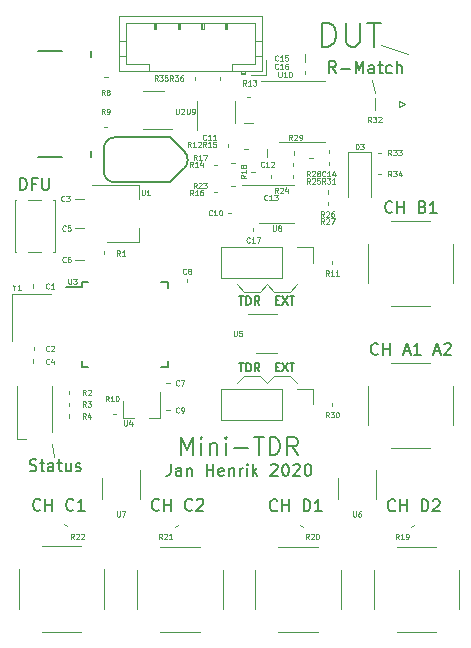
<source format=gto>
G04 #@! TF.GenerationSoftware,KiCad,Pcbnew,5.1.5+dfsg1-2build2*
G04 #@! TF.CreationDate,2020-09-27T17:25:33+02:00*
G04 #@! TF.ProjectId,tdr,7464722e-6b69-4636-9164-5f7063625858,rev?*
G04 #@! TF.SameCoordinates,Original*
G04 #@! TF.FileFunction,Legend,Top*
G04 #@! TF.FilePolarity,Positive*
%FSLAX46Y46*%
G04 Gerber Fmt 4.6, Leading zero omitted, Abs format (unit mm)*
G04 Created by KiCad (PCBNEW 5.1.5+dfsg1-2build2) date 2020-09-27 17:25:33*
%MOMM*%
%LPD*%
G04 APERTURE LIST*
%ADD10C,0.120000*%
%ADD11C,0.150000*%
%ADD12C,0.127000*%
%ADD13C,0.100000*%
G04 APERTURE END LIST*
D10*
X114150000Y-86750000D02*
X114350000Y-87850000D01*
D11*
X112283333Y-89004761D02*
X112426190Y-89052380D01*
X112664285Y-89052380D01*
X112759523Y-89004761D01*
X112807142Y-88957142D01*
X112854761Y-88861904D01*
X112854761Y-88766666D01*
X112807142Y-88671428D01*
X112759523Y-88623809D01*
X112664285Y-88576190D01*
X112473809Y-88528571D01*
X112378571Y-88480952D01*
X112330952Y-88433333D01*
X112283333Y-88338095D01*
X112283333Y-88242857D01*
X112330952Y-88147619D01*
X112378571Y-88100000D01*
X112473809Y-88052380D01*
X112711904Y-88052380D01*
X112854761Y-88100000D01*
X113140476Y-88385714D02*
X113521428Y-88385714D01*
X113283333Y-88052380D02*
X113283333Y-88909523D01*
X113330952Y-89004761D01*
X113426190Y-89052380D01*
X113521428Y-89052380D01*
X114283333Y-89052380D02*
X114283333Y-88528571D01*
X114235714Y-88433333D01*
X114140476Y-88385714D01*
X113950000Y-88385714D01*
X113854761Y-88433333D01*
X114283333Y-89004761D02*
X114188095Y-89052380D01*
X113950000Y-89052380D01*
X113854761Y-89004761D01*
X113807142Y-88909523D01*
X113807142Y-88814285D01*
X113854761Y-88719047D01*
X113950000Y-88671428D01*
X114188095Y-88671428D01*
X114283333Y-88623809D01*
X114616666Y-88385714D02*
X114997619Y-88385714D01*
X114759523Y-88052380D02*
X114759523Y-88909523D01*
X114807142Y-89004761D01*
X114902380Y-89052380D01*
X114997619Y-89052380D01*
X115759523Y-88385714D02*
X115759523Y-89052380D01*
X115330952Y-88385714D02*
X115330952Y-88909523D01*
X115378571Y-89004761D01*
X115473809Y-89052380D01*
X115616666Y-89052380D01*
X115711904Y-89004761D01*
X115759523Y-88957142D01*
X116188095Y-89004761D02*
X116283333Y-89052380D01*
X116473809Y-89052380D01*
X116569047Y-89004761D01*
X116616666Y-88909523D01*
X116616666Y-88861904D01*
X116569047Y-88766666D01*
X116473809Y-88719047D01*
X116330952Y-88719047D01*
X116235714Y-88671428D01*
X116188095Y-88576190D01*
X116188095Y-88528571D01*
X116235714Y-88433333D01*
X116330952Y-88385714D01*
X116473809Y-88385714D01*
X116569047Y-88433333D01*
X124214285Y-88452380D02*
X124214285Y-89166666D01*
X124166666Y-89309523D01*
X124071428Y-89404761D01*
X123928571Y-89452380D01*
X123833333Y-89452380D01*
X125119047Y-89452380D02*
X125119047Y-88928571D01*
X125071428Y-88833333D01*
X124976190Y-88785714D01*
X124785714Y-88785714D01*
X124690476Y-88833333D01*
X125119047Y-89404761D02*
X125023809Y-89452380D01*
X124785714Y-89452380D01*
X124690476Y-89404761D01*
X124642857Y-89309523D01*
X124642857Y-89214285D01*
X124690476Y-89119047D01*
X124785714Y-89071428D01*
X125023809Y-89071428D01*
X125119047Y-89023809D01*
X125595238Y-88785714D02*
X125595238Y-89452380D01*
X125595238Y-88880952D02*
X125642857Y-88833333D01*
X125738095Y-88785714D01*
X125880952Y-88785714D01*
X125976190Y-88833333D01*
X126023809Y-88928571D01*
X126023809Y-89452380D01*
X127261904Y-89452380D02*
X127261904Y-88452380D01*
X127261904Y-88928571D02*
X127833333Y-88928571D01*
X127833333Y-89452380D02*
X127833333Y-88452380D01*
X128690476Y-89404761D02*
X128595238Y-89452380D01*
X128404761Y-89452380D01*
X128309523Y-89404761D01*
X128261904Y-89309523D01*
X128261904Y-88928571D01*
X128309523Y-88833333D01*
X128404761Y-88785714D01*
X128595238Y-88785714D01*
X128690476Y-88833333D01*
X128738095Y-88928571D01*
X128738095Y-89023809D01*
X128261904Y-89119047D01*
X129166666Y-88785714D02*
X129166666Y-89452380D01*
X129166666Y-88880952D02*
X129214285Y-88833333D01*
X129309523Y-88785714D01*
X129452380Y-88785714D01*
X129547619Y-88833333D01*
X129595238Y-88928571D01*
X129595238Y-89452380D01*
X130071428Y-89452380D02*
X130071428Y-88785714D01*
X130071428Y-88976190D02*
X130119047Y-88880952D01*
X130166666Y-88833333D01*
X130261904Y-88785714D01*
X130357142Y-88785714D01*
X130690476Y-89452380D02*
X130690476Y-88785714D01*
X130690476Y-88452380D02*
X130642857Y-88500000D01*
X130690476Y-88547619D01*
X130738095Y-88500000D01*
X130690476Y-88452380D01*
X130690476Y-88547619D01*
X131166666Y-89452380D02*
X131166666Y-88452380D01*
X131261904Y-89071428D02*
X131547619Y-89452380D01*
X131547619Y-88785714D02*
X131166666Y-89166666D01*
X132690476Y-88547619D02*
X132738095Y-88500000D01*
X132833333Y-88452380D01*
X133071428Y-88452380D01*
X133166666Y-88500000D01*
X133214285Y-88547619D01*
X133261904Y-88642857D01*
X133261904Y-88738095D01*
X133214285Y-88880952D01*
X132642857Y-89452380D01*
X133261904Y-89452380D01*
X133880952Y-88452380D02*
X133976190Y-88452380D01*
X134071428Y-88500000D01*
X134119047Y-88547619D01*
X134166666Y-88642857D01*
X134214285Y-88833333D01*
X134214285Y-89071428D01*
X134166666Y-89261904D01*
X134119047Y-89357142D01*
X134071428Y-89404761D01*
X133976190Y-89452380D01*
X133880952Y-89452380D01*
X133785714Y-89404761D01*
X133738095Y-89357142D01*
X133690476Y-89261904D01*
X133642857Y-89071428D01*
X133642857Y-88833333D01*
X133690476Y-88642857D01*
X133738095Y-88547619D01*
X133785714Y-88500000D01*
X133880952Y-88452380D01*
X134595238Y-88547619D02*
X134642857Y-88500000D01*
X134738095Y-88452380D01*
X134976190Y-88452380D01*
X135071428Y-88500000D01*
X135119047Y-88547619D01*
X135166666Y-88642857D01*
X135166666Y-88738095D01*
X135119047Y-88880952D01*
X134547619Y-89452380D01*
X135166666Y-89452380D01*
X135785714Y-88452380D02*
X135880952Y-88452380D01*
X135976190Y-88500000D01*
X136023809Y-88547619D01*
X136071428Y-88642857D01*
X136119047Y-88833333D01*
X136119047Y-89071428D01*
X136071428Y-89261904D01*
X136023809Y-89357142D01*
X135976190Y-89404761D01*
X135880952Y-89452380D01*
X135785714Y-89452380D01*
X135690476Y-89404761D01*
X135642857Y-89357142D01*
X135595238Y-89261904D01*
X135547619Y-89071428D01*
X135547619Y-88833333D01*
X135595238Y-88642857D01*
X135642857Y-88547619D01*
X135690476Y-88500000D01*
X135785714Y-88452380D01*
X125107142Y-87678571D02*
X125107142Y-86178571D01*
X125607142Y-87250000D01*
X126107142Y-86178571D01*
X126107142Y-87678571D01*
X126821428Y-87678571D02*
X126821428Y-86678571D01*
X126821428Y-86178571D02*
X126750000Y-86250000D01*
X126821428Y-86321428D01*
X126892857Y-86250000D01*
X126821428Y-86178571D01*
X126821428Y-86321428D01*
X127535714Y-86678571D02*
X127535714Y-87678571D01*
X127535714Y-86821428D02*
X127607142Y-86750000D01*
X127750000Y-86678571D01*
X127964285Y-86678571D01*
X128107142Y-86750000D01*
X128178571Y-86892857D01*
X128178571Y-87678571D01*
X128892857Y-87678571D02*
X128892857Y-86678571D01*
X128892857Y-86178571D02*
X128821428Y-86250000D01*
X128892857Y-86321428D01*
X128964285Y-86250000D01*
X128892857Y-86178571D01*
X128892857Y-86321428D01*
X129607142Y-87107142D02*
X130750000Y-87107142D01*
X131250000Y-86178571D02*
X132107142Y-86178571D01*
X131678571Y-87678571D02*
X131678571Y-86178571D01*
X132607142Y-87678571D02*
X132607142Y-86178571D01*
X132964285Y-86178571D01*
X133178571Y-86250000D01*
X133321428Y-86392857D01*
X133392857Y-86535714D01*
X133464285Y-86821428D01*
X133464285Y-87035714D01*
X133392857Y-87321428D01*
X133321428Y-87464285D01*
X133178571Y-87607142D01*
X132964285Y-87678571D01*
X132607142Y-87678571D01*
X134964285Y-87678571D02*
X134464285Y-86964285D01*
X134107142Y-87678571D02*
X134107142Y-86178571D01*
X134678571Y-86178571D01*
X134821428Y-86250000D01*
X134892857Y-86321428D01*
X134964285Y-86464285D01*
X134964285Y-86678571D01*
X134892857Y-86821428D01*
X134821428Y-86892857D01*
X134678571Y-86964285D01*
X134107142Y-86964285D01*
X111485714Y-65252380D02*
X111485714Y-64252380D01*
X111723809Y-64252380D01*
X111866666Y-64300000D01*
X111961904Y-64395238D01*
X112009523Y-64490476D01*
X112057142Y-64680952D01*
X112057142Y-64823809D01*
X112009523Y-65014285D01*
X111961904Y-65109523D01*
X111866666Y-65204761D01*
X111723809Y-65252380D01*
X111485714Y-65252380D01*
X112819047Y-64728571D02*
X112485714Y-64728571D01*
X112485714Y-65252380D02*
X112485714Y-64252380D01*
X112961904Y-64252380D01*
X113342857Y-64252380D02*
X113342857Y-65061904D01*
X113390476Y-65157142D01*
X113438095Y-65204761D01*
X113533333Y-65252380D01*
X113723809Y-65252380D01*
X113819047Y-65204761D01*
X113866666Y-65157142D01*
X113914285Y-65061904D01*
X113914285Y-64252380D01*
X130000000Y-79916666D02*
X130400000Y-79916666D01*
X130200000Y-80616666D02*
X130200000Y-79916666D01*
X130633333Y-80616666D02*
X130633333Y-79916666D01*
X130800000Y-79916666D01*
X130900000Y-79950000D01*
X130966666Y-80016666D01*
X131000000Y-80083333D01*
X131033333Y-80216666D01*
X131033333Y-80316666D01*
X131000000Y-80450000D01*
X130966666Y-80516666D01*
X130900000Y-80583333D01*
X130800000Y-80616666D01*
X130633333Y-80616666D01*
X131733333Y-80616666D02*
X131500000Y-80283333D01*
X131333333Y-80616666D02*
X131333333Y-79916666D01*
X131600000Y-79916666D01*
X131666666Y-79950000D01*
X131700000Y-79983333D01*
X131733333Y-80050000D01*
X131733333Y-80150000D01*
X131700000Y-80216666D01*
X131666666Y-80250000D01*
X131600000Y-80283333D01*
X131333333Y-80283333D01*
X133100000Y-80250000D02*
X133333333Y-80250000D01*
X133433333Y-80616666D02*
X133100000Y-80616666D01*
X133100000Y-79916666D01*
X133433333Y-79916666D01*
X133666666Y-79916666D02*
X134133333Y-80616666D01*
X134133333Y-79916666D02*
X133666666Y-80616666D01*
X134300000Y-79916666D02*
X134700000Y-79916666D01*
X134500000Y-80616666D02*
X134500000Y-79916666D01*
X130000000Y-74266666D02*
X130400000Y-74266666D01*
X130200000Y-74966666D02*
X130200000Y-74266666D01*
X130633333Y-74966666D02*
X130633333Y-74266666D01*
X130800000Y-74266666D01*
X130900000Y-74300000D01*
X130966666Y-74366666D01*
X131000000Y-74433333D01*
X131033333Y-74566666D01*
X131033333Y-74666666D01*
X131000000Y-74800000D01*
X130966666Y-74866666D01*
X130900000Y-74933333D01*
X130800000Y-74966666D01*
X130633333Y-74966666D01*
X131733333Y-74966666D02*
X131500000Y-74633333D01*
X131333333Y-74966666D02*
X131333333Y-74266666D01*
X131600000Y-74266666D01*
X131666666Y-74300000D01*
X131700000Y-74333333D01*
X131733333Y-74400000D01*
X131733333Y-74500000D01*
X131700000Y-74566666D01*
X131666666Y-74600000D01*
X131600000Y-74633333D01*
X131333333Y-74633333D01*
X133100000Y-74600000D02*
X133333333Y-74600000D01*
X133433333Y-74966666D02*
X133100000Y-74966666D01*
X133100000Y-74266666D01*
X133433333Y-74266666D01*
X133666666Y-74266666D02*
X134133333Y-74966666D01*
X134133333Y-74266666D02*
X133666666Y-74966666D01*
X134300000Y-74266666D02*
X134700000Y-74266666D01*
X134500000Y-74966666D02*
X134500000Y-74266666D01*
D10*
X134300000Y-73850000D02*
X132950000Y-73850001D01*
X132350000Y-73250001D02*
X132950000Y-73850001D01*
X134900000Y-73250000D02*
X134300000Y-73850000D01*
X129800000Y-73250000D02*
X130400000Y-73850000D01*
X132350000Y-73250001D02*
X131750000Y-73850001D01*
X131750000Y-73850001D02*
X130400000Y-73850000D01*
X132950000Y-81000000D02*
X134300000Y-81000000D01*
X134900000Y-81600000D02*
X134300000Y-81000000D01*
X132350000Y-81600000D02*
X132950000Y-81000000D01*
X130400000Y-81000000D02*
X131750000Y-81000000D01*
X129800000Y-81600000D02*
X130400000Y-81000000D01*
X132350000Y-81600000D02*
X131750000Y-81000000D01*
D11*
X113178571Y-92307142D02*
X113130952Y-92354761D01*
X112988095Y-92402380D01*
X112892857Y-92402380D01*
X112750000Y-92354761D01*
X112654761Y-92259523D01*
X112607142Y-92164285D01*
X112559523Y-91973809D01*
X112559523Y-91830952D01*
X112607142Y-91640476D01*
X112654761Y-91545238D01*
X112750000Y-91450000D01*
X112892857Y-91402380D01*
X112988095Y-91402380D01*
X113130952Y-91450000D01*
X113178571Y-91497619D01*
X113607142Y-92402380D02*
X113607142Y-91402380D01*
X113607142Y-91878571D02*
X114178571Y-91878571D01*
X114178571Y-92402380D02*
X114178571Y-91402380D01*
X115988095Y-92307142D02*
X115940476Y-92354761D01*
X115797619Y-92402380D01*
X115702380Y-92402380D01*
X115559523Y-92354761D01*
X115464285Y-92259523D01*
X115416666Y-92164285D01*
X115369047Y-91973809D01*
X115369047Y-91830952D01*
X115416666Y-91640476D01*
X115464285Y-91545238D01*
X115559523Y-91450000D01*
X115702380Y-91402380D01*
X115797619Y-91402380D01*
X115940476Y-91450000D01*
X115988095Y-91497619D01*
X116940476Y-92402380D02*
X116369047Y-92402380D01*
X116654761Y-92402380D02*
X116654761Y-91402380D01*
X116559523Y-91545238D01*
X116464285Y-91640476D01*
X116369047Y-91688095D01*
X123228571Y-92307142D02*
X123180952Y-92354761D01*
X123038095Y-92402380D01*
X122942857Y-92402380D01*
X122800000Y-92354761D01*
X122704761Y-92259523D01*
X122657142Y-92164285D01*
X122609523Y-91973809D01*
X122609523Y-91830952D01*
X122657142Y-91640476D01*
X122704761Y-91545238D01*
X122800000Y-91450000D01*
X122942857Y-91402380D01*
X123038095Y-91402380D01*
X123180952Y-91450000D01*
X123228571Y-91497619D01*
X123657142Y-92402380D02*
X123657142Y-91402380D01*
X123657142Y-91878571D02*
X124228571Y-91878571D01*
X124228571Y-92402380D02*
X124228571Y-91402380D01*
X126038095Y-92307142D02*
X125990476Y-92354761D01*
X125847619Y-92402380D01*
X125752380Y-92402380D01*
X125609523Y-92354761D01*
X125514285Y-92259523D01*
X125466666Y-92164285D01*
X125419047Y-91973809D01*
X125419047Y-91830952D01*
X125466666Y-91640476D01*
X125514285Y-91545238D01*
X125609523Y-91450000D01*
X125752380Y-91402380D01*
X125847619Y-91402380D01*
X125990476Y-91450000D01*
X126038095Y-91497619D01*
X126419047Y-91497619D02*
X126466666Y-91450000D01*
X126561904Y-91402380D01*
X126800000Y-91402380D01*
X126895238Y-91450000D01*
X126942857Y-91497619D01*
X126990476Y-91592857D01*
X126990476Y-91688095D01*
X126942857Y-91830952D01*
X126371428Y-92402380D01*
X126990476Y-92402380D01*
X133228571Y-92357142D02*
X133180952Y-92404761D01*
X133038095Y-92452380D01*
X132942857Y-92452380D01*
X132800000Y-92404761D01*
X132704761Y-92309523D01*
X132657142Y-92214285D01*
X132609523Y-92023809D01*
X132609523Y-91880952D01*
X132657142Y-91690476D01*
X132704761Y-91595238D01*
X132800000Y-91500000D01*
X132942857Y-91452380D01*
X133038095Y-91452380D01*
X133180952Y-91500000D01*
X133228571Y-91547619D01*
X133657142Y-92452380D02*
X133657142Y-91452380D01*
X133657142Y-91928571D02*
X134228571Y-91928571D01*
X134228571Y-92452380D02*
X134228571Y-91452380D01*
X135466666Y-92452380D02*
X135466666Y-91452380D01*
X135704761Y-91452380D01*
X135847619Y-91500000D01*
X135942857Y-91595238D01*
X135990476Y-91690476D01*
X136038095Y-91880952D01*
X136038095Y-92023809D01*
X135990476Y-92214285D01*
X135942857Y-92309523D01*
X135847619Y-92404761D01*
X135704761Y-92452380D01*
X135466666Y-92452380D01*
X136990476Y-92452380D02*
X136419047Y-92452380D01*
X136704761Y-92452380D02*
X136704761Y-91452380D01*
X136609523Y-91595238D01*
X136514285Y-91690476D01*
X136419047Y-91738095D01*
X143228571Y-92357142D02*
X143180952Y-92404761D01*
X143038095Y-92452380D01*
X142942857Y-92452380D01*
X142800000Y-92404761D01*
X142704761Y-92309523D01*
X142657142Y-92214285D01*
X142609523Y-92023809D01*
X142609523Y-91880952D01*
X142657142Y-91690476D01*
X142704761Y-91595238D01*
X142800000Y-91500000D01*
X142942857Y-91452380D01*
X143038095Y-91452380D01*
X143180952Y-91500000D01*
X143228571Y-91547619D01*
X143657142Y-92452380D02*
X143657142Y-91452380D01*
X143657142Y-91928571D02*
X144228571Y-91928571D01*
X144228571Y-92452380D02*
X144228571Y-91452380D01*
X145466666Y-92452380D02*
X145466666Y-91452380D01*
X145704761Y-91452380D01*
X145847619Y-91500000D01*
X145942857Y-91595238D01*
X145990476Y-91690476D01*
X146038095Y-91880952D01*
X146038095Y-92023809D01*
X145990476Y-92214285D01*
X145942857Y-92309523D01*
X145847619Y-92404761D01*
X145704761Y-92452380D01*
X145466666Y-92452380D01*
X146419047Y-91547619D02*
X146466666Y-91500000D01*
X146561904Y-91452380D01*
X146800000Y-91452380D01*
X146895238Y-91500000D01*
X146942857Y-91547619D01*
X146990476Y-91642857D01*
X146990476Y-91738095D01*
X146942857Y-91880952D01*
X146371428Y-92452380D01*
X146990476Y-92452380D01*
X141764285Y-79107142D02*
X141716666Y-79154761D01*
X141573809Y-79202380D01*
X141478571Y-79202380D01*
X141335714Y-79154761D01*
X141240476Y-79059523D01*
X141192857Y-78964285D01*
X141145238Y-78773809D01*
X141145238Y-78630952D01*
X141192857Y-78440476D01*
X141240476Y-78345238D01*
X141335714Y-78250000D01*
X141478571Y-78202380D01*
X141573809Y-78202380D01*
X141716666Y-78250000D01*
X141764285Y-78297619D01*
X142192857Y-79202380D02*
X142192857Y-78202380D01*
X142192857Y-78678571D02*
X142764285Y-78678571D01*
X142764285Y-79202380D02*
X142764285Y-78202380D01*
X143954761Y-78916666D02*
X144430952Y-78916666D01*
X143859523Y-79202380D02*
X144192857Y-78202380D01*
X144526190Y-79202380D01*
X145383333Y-79202380D02*
X144811904Y-79202380D01*
X145097619Y-79202380D02*
X145097619Y-78202380D01*
X145002380Y-78345238D01*
X144907142Y-78440476D01*
X144811904Y-78488095D01*
X146526190Y-78916666D02*
X147002380Y-78916666D01*
X146430952Y-79202380D02*
X146764285Y-78202380D01*
X147097619Y-79202380D01*
X147383333Y-78297619D02*
X147430952Y-78250000D01*
X147526190Y-78202380D01*
X147764285Y-78202380D01*
X147859523Y-78250000D01*
X147907142Y-78297619D01*
X147954761Y-78392857D01*
X147954761Y-78488095D01*
X147907142Y-78630952D01*
X147335714Y-79202380D01*
X147954761Y-79202380D01*
X142978571Y-67107142D02*
X142930952Y-67154761D01*
X142788095Y-67202380D01*
X142692857Y-67202380D01*
X142550000Y-67154761D01*
X142454761Y-67059523D01*
X142407142Y-66964285D01*
X142359523Y-66773809D01*
X142359523Y-66630952D01*
X142407142Y-66440476D01*
X142454761Y-66345238D01*
X142550000Y-66250000D01*
X142692857Y-66202380D01*
X142788095Y-66202380D01*
X142930952Y-66250000D01*
X142978571Y-66297619D01*
X143407142Y-67202380D02*
X143407142Y-66202380D01*
X143407142Y-66678571D02*
X143978571Y-66678571D01*
X143978571Y-67202380D02*
X143978571Y-66202380D01*
X145550000Y-66678571D02*
X145692857Y-66726190D01*
X145740476Y-66773809D01*
X145788095Y-66869047D01*
X145788095Y-67011904D01*
X145740476Y-67107142D01*
X145692857Y-67154761D01*
X145597619Y-67202380D01*
X145216666Y-67202380D01*
X145216666Y-66202380D01*
X145550000Y-66202380D01*
X145645238Y-66250000D01*
X145692857Y-66297619D01*
X145740476Y-66392857D01*
X145740476Y-66488095D01*
X145692857Y-66583333D01*
X145645238Y-66630952D01*
X145550000Y-66678571D01*
X145216666Y-66678571D01*
X146740476Y-67202380D02*
X146169047Y-67202380D01*
X146454761Y-67202380D02*
X146454761Y-66202380D01*
X146359523Y-66345238D01*
X146264285Y-66440476D01*
X146169047Y-66488095D01*
D10*
X141300000Y-55900000D02*
X141500000Y-57000000D01*
D11*
X138200000Y-55352380D02*
X137866666Y-54876190D01*
X137628571Y-55352380D02*
X137628571Y-54352380D01*
X138009523Y-54352380D01*
X138104761Y-54400000D01*
X138152380Y-54447619D01*
X138200000Y-54542857D01*
X138200000Y-54685714D01*
X138152380Y-54780952D01*
X138104761Y-54828571D01*
X138009523Y-54876190D01*
X137628571Y-54876190D01*
X138628571Y-54971428D02*
X139390476Y-54971428D01*
X139866666Y-55352380D02*
X139866666Y-54352380D01*
X140200000Y-55066666D01*
X140533333Y-54352380D01*
X140533333Y-55352380D01*
X141438095Y-55352380D02*
X141438095Y-54828571D01*
X141390476Y-54733333D01*
X141295238Y-54685714D01*
X141104761Y-54685714D01*
X141009523Y-54733333D01*
X141438095Y-55304761D02*
X141342857Y-55352380D01*
X141104761Y-55352380D01*
X141009523Y-55304761D01*
X140961904Y-55209523D01*
X140961904Y-55114285D01*
X141009523Y-55019047D01*
X141104761Y-54971428D01*
X141342857Y-54971428D01*
X141438095Y-54923809D01*
X141771428Y-54685714D02*
X142152380Y-54685714D01*
X141914285Y-54352380D02*
X141914285Y-55209523D01*
X141961904Y-55304761D01*
X142057142Y-55352380D01*
X142152380Y-55352380D01*
X142914285Y-55304761D02*
X142819047Y-55352380D01*
X142628571Y-55352380D01*
X142533333Y-55304761D01*
X142485714Y-55257142D01*
X142438095Y-55161904D01*
X142438095Y-54876190D01*
X142485714Y-54780952D01*
X142533333Y-54733333D01*
X142628571Y-54685714D01*
X142819047Y-54685714D01*
X142914285Y-54733333D01*
X143342857Y-55352380D02*
X143342857Y-54352380D01*
X143771428Y-55352380D02*
X143771428Y-54828571D01*
X143723809Y-54733333D01*
X143628571Y-54685714D01*
X143485714Y-54685714D01*
X143390476Y-54733333D01*
X143342857Y-54780952D01*
D10*
X142000000Y-53000000D02*
X144300000Y-53700000D01*
D11*
X137066666Y-53104761D02*
X137066666Y-51104761D01*
X137542857Y-51104761D01*
X137828571Y-51200000D01*
X138019047Y-51390476D01*
X138114285Y-51580952D01*
X138209523Y-51961904D01*
X138209523Y-52247619D01*
X138114285Y-52628571D01*
X138019047Y-52819047D01*
X137828571Y-53009523D01*
X137542857Y-53104761D01*
X137066666Y-53104761D01*
X139066666Y-51104761D02*
X139066666Y-52723809D01*
X139161904Y-52914285D01*
X139257142Y-53009523D01*
X139447619Y-53104761D01*
X139828571Y-53104761D01*
X140019047Y-53009523D01*
X140114285Y-52914285D01*
X140209523Y-52723809D01*
X140209523Y-51104761D01*
X140876190Y-51104761D02*
X142019047Y-51104761D01*
X141447619Y-53104761D02*
X141447619Y-51104761D01*
D10*
X131200000Y-68750000D02*
X131200000Y-68450000D01*
X135600000Y-55150000D02*
X135600000Y-55450000D01*
X135600000Y-53750000D02*
X135600000Y-54450000D01*
X142890000Y-79890000D02*
X146210000Y-79890000D01*
X142890000Y-87110000D02*
X146210000Y-87110000D01*
X148160000Y-81840000D02*
X148160000Y-85160000D01*
X140940000Y-81840000D02*
X140940000Y-85160000D01*
X118610000Y-97380000D02*
X118610000Y-100700000D01*
X111390000Y-97380000D02*
X111390000Y-100700000D01*
X116660000Y-102650000D02*
X113340000Y-102650000D01*
X116660000Y-95430000D02*
X113340000Y-95430000D01*
X128610000Y-97390000D02*
X128610000Y-100710000D01*
X121390000Y-97390000D02*
X121390000Y-100710000D01*
X126660000Y-102660000D02*
X123340000Y-102660000D01*
X126660000Y-95440000D02*
X123340000Y-95440000D01*
X138610000Y-97390000D02*
X138610000Y-100710000D01*
X131390000Y-97390000D02*
X131390000Y-100710000D01*
X136660000Y-102660000D02*
X133340000Y-102660000D01*
X136660000Y-95440000D02*
X133340000Y-95440000D01*
X148610000Y-97390000D02*
X148610000Y-100710000D01*
X141390000Y-97390000D02*
X141390000Y-100710000D01*
X146660000Y-102660000D02*
X143340000Y-102660000D01*
X146660000Y-95440000D02*
X143340000Y-95440000D01*
X142890000Y-67890000D02*
X146210000Y-67890000D01*
X142890000Y-75110000D02*
X146210000Y-75110000D01*
X148160000Y-69840000D02*
X148160000Y-73160000D01*
X140940000Y-69840000D02*
X140940000Y-73160000D01*
X110775379Y-74035786D02*
X110775379Y-78035786D01*
X114075379Y-74035786D02*
X110775379Y-74035786D01*
X135300000Y-56040000D02*
X131850000Y-56040000D01*
X135300000Y-56040000D02*
X137250000Y-56040000D01*
X135300000Y-61160000D02*
X133350000Y-61160000D01*
X135300000Y-61160000D02*
X137250000Y-61160000D01*
X126440000Y-57750000D02*
X126440000Y-60200000D01*
X129660000Y-59550000D02*
X129660000Y-57750000D01*
X133200000Y-64790000D02*
X130275000Y-64790000D01*
X133200000Y-64790000D02*
X134700000Y-64790000D01*
X133200000Y-68010000D02*
X131700000Y-68010000D01*
X133200000Y-68010000D02*
X134700000Y-68010000D01*
X121610000Y-91400000D02*
X121610000Y-88950000D01*
X118390000Y-89600000D02*
X118390000Y-91400000D01*
X141610000Y-91400000D02*
X141610000Y-88950000D01*
X138390000Y-89600000D02*
X138390000Y-91400000D01*
X133200000Y-75790000D02*
X130750000Y-75790000D01*
X131400000Y-79010000D02*
X133200000Y-79010000D01*
X120143223Y-84547436D02*
X120143223Y-83087436D01*
X123303223Y-84547436D02*
X123303223Y-82387436D01*
X123303223Y-84547436D02*
X122373223Y-84547436D01*
X120143223Y-84547436D02*
X121073223Y-84547436D01*
D11*
X116712437Y-73426776D02*
X115337437Y-73426776D01*
X123962437Y-73001776D02*
X123437437Y-73001776D01*
X123962437Y-80251776D02*
X123437437Y-80251776D01*
X116712437Y-80251776D02*
X117237437Y-80251776D01*
X116712437Y-73001776D02*
X117237437Y-73001776D01*
X116712437Y-80251776D02*
X116712437Y-79726776D01*
X123962437Y-80251776D02*
X123962437Y-79726776D01*
X123962437Y-73001776D02*
X123962437Y-73526776D01*
X116712437Y-73001776D02*
X116712437Y-73426776D01*
D10*
X121850000Y-60060000D02*
X124300000Y-60060000D01*
X123650000Y-56840000D02*
X121850000Y-56840000D01*
X121530000Y-64850000D02*
X121530000Y-66050000D01*
X117530000Y-64850000D02*
X121530000Y-64850000D01*
X121530000Y-69650000D02*
X118830000Y-69650000D01*
X121530000Y-68450000D02*
X121530000Y-69650000D01*
X111000000Y-66100000D02*
X111000000Y-70500000D01*
X111000000Y-70500000D02*
X111120000Y-70500000D01*
X112130000Y-70500000D02*
X113270000Y-70500000D01*
X114280000Y-70500000D02*
X114400000Y-70500000D01*
X114400000Y-70500000D02*
X114400000Y-66100000D01*
X114400000Y-66100000D02*
X114280000Y-66100000D01*
X113270000Y-66100000D02*
X112130000Y-66100000D01*
X111120000Y-66100000D02*
X111000000Y-66100000D01*
X128400000Y-55650000D02*
X128400000Y-55950000D01*
X126300000Y-55650000D02*
X126300000Y-55950000D01*
X141750000Y-63930000D02*
X142050000Y-63930000D01*
X141750000Y-62100000D02*
X142050000Y-62100000D01*
X141500000Y-57500000D02*
X141500000Y-58500000D01*
X137600000Y-63150000D02*
X137600000Y-62850000D01*
X137900000Y-83250000D02*
X137900000Y-83550000D01*
X134700000Y-61950000D02*
X134700000Y-62250000D01*
X135950000Y-62500000D02*
X136250000Y-62500000D01*
X137500000Y-66250000D02*
X137500000Y-66550000D01*
X137500000Y-65250000D02*
X137500000Y-65550000D01*
X134600000Y-62950000D02*
X134600000Y-63250000D01*
X134600000Y-63950000D02*
X134600000Y-64250000D01*
X129650000Y-64900000D02*
X129350000Y-64900000D01*
X115406066Y-93706066D02*
X115193934Y-93493934D01*
X124806066Y-93593934D02*
X124593934Y-93806066D01*
X135406066Y-93806066D02*
X135193934Y-93593934D01*
X144806066Y-93593934D02*
X144593934Y-93806066D01*
X131050000Y-63700000D02*
X131350000Y-63700000D01*
X129650000Y-63000000D02*
X129350000Y-63000000D01*
X127850000Y-65400000D02*
X128150000Y-65400000D01*
X130750000Y-61800000D02*
X130450000Y-61800000D01*
X127850000Y-63100000D02*
X128150000Y-63100000D01*
X130650000Y-57400000D02*
X130950000Y-57400000D01*
X129100000Y-61350000D02*
X129100000Y-61650000D01*
X137900000Y-71250000D02*
X137900000Y-71550000D01*
X119623224Y-84200000D02*
X119323224Y-84200000D01*
X118550000Y-59900000D02*
X118850000Y-59900000D01*
X118600000Y-55700000D02*
X118900000Y-55700000D01*
X115650000Y-84550000D02*
X115650000Y-84250000D01*
X115650000Y-83550000D02*
X115650000Y-83250000D01*
X115650000Y-82550000D02*
X115650000Y-82250000D01*
X118612563Y-70405709D02*
X118612563Y-70705709D01*
D12*
X118544000Y-63652500D02*
G75*
G03X119496500Y-64605000I952500J0D01*
G01*
X119496500Y-60795000D02*
G75*
G03X118544000Y-61747500I0J-952500D01*
G01*
X118544000Y-63652500D02*
X118544000Y-61747500D01*
X125363900Y-63423900D02*
G75*
G03X125363900Y-61976100I-723900J723900D01*
G01*
X125363900Y-63423900D02*
X124182800Y-64605000D01*
X125363900Y-61976100D02*
X124182800Y-60795000D01*
X119496500Y-64605000D02*
X124182800Y-64605000D01*
X119496500Y-60795000D02*
X124182800Y-60795000D01*
D10*
X136230000Y-82070000D02*
X136230000Y-83400000D01*
X134900000Y-82070000D02*
X136230000Y-82070000D01*
X133630000Y-82070000D02*
X133630000Y-84730000D01*
X133630000Y-84730000D02*
X128490000Y-84730000D01*
X133630000Y-82070000D02*
X128490000Y-82070000D01*
X128490000Y-82070000D02*
X128490000Y-84730000D01*
X136230000Y-70070000D02*
X136230000Y-71400000D01*
X134900000Y-70070000D02*
X136230000Y-70070000D01*
X133630000Y-70070000D02*
X133630000Y-72730000D01*
X133630000Y-72730000D02*
X128490000Y-72730000D01*
X133630000Y-70070000D02*
X128490000Y-70070000D01*
X128490000Y-70070000D02*
X128490000Y-72730000D01*
X144040000Y-58000000D02*
X143540000Y-57750000D01*
X143540000Y-57750000D02*
X143540000Y-58250000D01*
X143540000Y-58250000D02*
X144040000Y-58000000D01*
X132260000Y-55510000D02*
X132260000Y-54260000D01*
X131010000Y-55510000D02*
X132260000Y-55510000D01*
X122900000Y-51100000D02*
X122900000Y-51600000D01*
X122800000Y-51600000D02*
X122800000Y-51100000D01*
X123000000Y-51600000D02*
X122800000Y-51600000D01*
X123000000Y-51100000D02*
X123000000Y-51600000D01*
X124900000Y-51100000D02*
X124900000Y-51600000D01*
X124800000Y-51600000D02*
X124800000Y-51100000D01*
X125000000Y-51600000D02*
X124800000Y-51600000D01*
X125000000Y-51100000D02*
X125000000Y-51600000D01*
X126900000Y-51100000D02*
X126900000Y-51600000D01*
X126800000Y-51600000D02*
X126800000Y-51100000D01*
X127000000Y-51600000D02*
X126800000Y-51600000D01*
X127000000Y-51100000D02*
X127000000Y-51600000D01*
X128900000Y-51100000D02*
X128900000Y-51600000D01*
X128800000Y-51600000D02*
X128800000Y-51100000D01*
X129000000Y-51600000D02*
X128800000Y-51600000D01*
X129000000Y-51100000D02*
X129000000Y-51600000D01*
X119840000Y-52600000D02*
X120450000Y-52600000D01*
X119840000Y-53900000D02*
X120450000Y-53900000D01*
X131960000Y-52600000D02*
X131350000Y-52600000D01*
X131960000Y-53900000D02*
X131350000Y-53900000D01*
X122400000Y-54600000D02*
X122400000Y-55210000D01*
X120450000Y-54600000D02*
X122400000Y-54600000D01*
X120450000Y-51100000D02*
X120450000Y-54600000D01*
X131350000Y-51100000D02*
X120450000Y-51100000D01*
X131350000Y-54600000D02*
X131350000Y-51100000D01*
X129400000Y-54600000D02*
X131350000Y-54600000D01*
X129400000Y-55210000D02*
X129400000Y-54600000D01*
X130200000Y-55310000D02*
X130500000Y-55310000D01*
X130500000Y-55410000D02*
X130500000Y-55210000D01*
X130200000Y-55410000D02*
X130500000Y-55410000D01*
X130200000Y-55210000D02*
X130200000Y-55410000D01*
X119840000Y-55210000D02*
X131960000Y-55210000D01*
X119840000Y-50490000D02*
X119840000Y-55210000D01*
X131960000Y-50490000D02*
X119840000Y-50490000D01*
X131960000Y-55210000D02*
X131960000Y-50490000D01*
D11*
X117500000Y-61950000D02*
X117500000Y-62450000D01*
X117500000Y-53450000D02*
X117500000Y-53950000D01*
X115000000Y-53450000D02*
X113000000Y-53450000D01*
X113000000Y-62450000D02*
X115000000Y-62450000D01*
D10*
X141200000Y-62000000D02*
X141200000Y-65850000D01*
X139200000Y-62000000D02*
X139200000Y-65850000D01*
X141200000Y-62000000D02*
X139200000Y-62000000D01*
X114200000Y-85750000D02*
X114200000Y-81850000D01*
X111200000Y-86300044D02*
X111200000Y-81850000D01*
X112000000Y-86300000D02*
X111200000Y-86300000D01*
X137600000Y-61850000D02*
X137600000Y-62150000D01*
X132700000Y-63950000D02*
X132700000Y-64250000D01*
X132400000Y-62450000D02*
X132400000Y-61750000D01*
X131150000Y-59600000D02*
X130450000Y-59600000D01*
X129050000Y-67200000D02*
X129350000Y-67200000D01*
X124150000Y-83900000D02*
X123850000Y-83900000D01*
X125600000Y-73050000D02*
X125600000Y-72750000D01*
X123850000Y-81600000D02*
X124150000Y-81600000D01*
X116850000Y-71150000D02*
X116150000Y-71150000D01*
X116850000Y-68500000D02*
X116150000Y-68500000D01*
X112602155Y-79598097D02*
X112602155Y-79898097D01*
X116150000Y-66000000D02*
X116850000Y-66000000D01*
X112625127Y-78514466D02*
X112625127Y-78814466D01*
X112602155Y-73534136D02*
X112602155Y-73234136D01*
D13*
X130910714Y-69660714D02*
X130889285Y-69682142D01*
X130825000Y-69703571D01*
X130782142Y-69703571D01*
X130717857Y-69682142D01*
X130675000Y-69639285D01*
X130653571Y-69596428D01*
X130632142Y-69510714D01*
X130632142Y-69446428D01*
X130653571Y-69360714D01*
X130675000Y-69317857D01*
X130717857Y-69275000D01*
X130782142Y-69253571D01*
X130825000Y-69253571D01*
X130889285Y-69275000D01*
X130910714Y-69296428D01*
X131339285Y-69703571D02*
X131082142Y-69703571D01*
X131210714Y-69703571D02*
X131210714Y-69253571D01*
X131167857Y-69317857D01*
X131125000Y-69360714D01*
X131082142Y-69382142D01*
X131489285Y-69253571D02*
X131789285Y-69253571D01*
X131596428Y-69703571D01*
X133310714Y-54960714D02*
X133289285Y-54982142D01*
X133225000Y-55003571D01*
X133182142Y-55003571D01*
X133117857Y-54982142D01*
X133075000Y-54939285D01*
X133053571Y-54896428D01*
X133032142Y-54810714D01*
X133032142Y-54746428D01*
X133053571Y-54660714D01*
X133075000Y-54617857D01*
X133117857Y-54575000D01*
X133182142Y-54553571D01*
X133225000Y-54553571D01*
X133289285Y-54575000D01*
X133310714Y-54596428D01*
X133739285Y-55003571D02*
X133482142Y-55003571D01*
X133610714Y-55003571D02*
X133610714Y-54553571D01*
X133567857Y-54617857D01*
X133525000Y-54660714D01*
X133482142Y-54682142D01*
X134125000Y-54553571D02*
X134039285Y-54553571D01*
X133996428Y-54575000D01*
X133975000Y-54596428D01*
X133932142Y-54660714D01*
X133910714Y-54746428D01*
X133910714Y-54917857D01*
X133932142Y-54960714D01*
X133953571Y-54982142D01*
X133996428Y-55003571D01*
X134082142Y-55003571D01*
X134125000Y-54982142D01*
X134146428Y-54960714D01*
X134167857Y-54917857D01*
X134167857Y-54810714D01*
X134146428Y-54767857D01*
X134125000Y-54746428D01*
X134082142Y-54725000D01*
X133996428Y-54725000D01*
X133953571Y-54746428D01*
X133932142Y-54767857D01*
X133910714Y-54810714D01*
X133310714Y-54260714D02*
X133289285Y-54282142D01*
X133225000Y-54303571D01*
X133182142Y-54303571D01*
X133117857Y-54282142D01*
X133075000Y-54239285D01*
X133053571Y-54196428D01*
X133032142Y-54110714D01*
X133032142Y-54046428D01*
X133053571Y-53960714D01*
X133075000Y-53917857D01*
X133117857Y-53875000D01*
X133182142Y-53853571D01*
X133225000Y-53853571D01*
X133289285Y-53875000D01*
X133310714Y-53896428D01*
X133739285Y-54303571D02*
X133482142Y-54303571D01*
X133610714Y-54303571D02*
X133610714Y-53853571D01*
X133567857Y-53917857D01*
X133525000Y-53960714D01*
X133482142Y-53982142D01*
X134146428Y-53853571D02*
X133932142Y-53853571D01*
X133910714Y-54067857D01*
X133932142Y-54046428D01*
X133975000Y-54025000D01*
X134082142Y-54025000D01*
X134125000Y-54046428D01*
X134146428Y-54067857D01*
X134167857Y-54110714D01*
X134167857Y-54217857D01*
X134146428Y-54260714D01*
X134125000Y-54282142D01*
X134082142Y-54303571D01*
X133975000Y-54303571D01*
X133932142Y-54282142D01*
X133910714Y-54260714D01*
X110985714Y-73489285D02*
X110985714Y-73703571D01*
X110835714Y-73253571D02*
X110985714Y-73489285D01*
X111135714Y-73253571D01*
X111521428Y-73703571D02*
X111264285Y-73703571D01*
X111392857Y-73703571D02*
X111392857Y-73253571D01*
X111350000Y-73317857D01*
X111307142Y-73360714D01*
X111264285Y-73382142D01*
X133342857Y-55253571D02*
X133342857Y-55617857D01*
X133364285Y-55660714D01*
X133385714Y-55682142D01*
X133428571Y-55703571D01*
X133514285Y-55703571D01*
X133557142Y-55682142D01*
X133578571Y-55660714D01*
X133600000Y-55617857D01*
X133600000Y-55253571D01*
X134050000Y-55703571D02*
X133792857Y-55703571D01*
X133921428Y-55703571D02*
X133921428Y-55253571D01*
X133878571Y-55317857D01*
X133835714Y-55360714D01*
X133792857Y-55382142D01*
X134328571Y-55253571D02*
X134371428Y-55253571D01*
X134414285Y-55275000D01*
X134435714Y-55296428D01*
X134457142Y-55339285D01*
X134478571Y-55425000D01*
X134478571Y-55532142D01*
X134457142Y-55617857D01*
X134435714Y-55660714D01*
X134414285Y-55682142D01*
X134371428Y-55703571D01*
X134328571Y-55703571D01*
X134285714Y-55682142D01*
X134264285Y-55660714D01*
X134242857Y-55617857D01*
X134221428Y-55532142D01*
X134221428Y-55425000D01*
X134242857Y-55339285D01*
X134264285Y-55296428D01*
X134285714Y-55275000D01*
X134328571Y-55253571D01*
X125557142Y-58353571D02*
X125557142Y-58717857D01*
X125578571Y-58760714D01*
X125600000Y-58782142D01*
X125642857Y-58803571D01*
X125728571Y-58803571D01*
X125771428Y-58782142D01*
X125792857Y-58760714D01*
X125814285Y-58717857D01*
X125814285Y-58353571D01*
X126050000Y-58803571D02*
X126135714Y-58803571D01*
X126178571Y-58782142D01*
X126200000Y-58760714D01*
X126242857Y-58696428D01*
X126264285Y-58610714D01*
X126264285Y-58439285D01*
X126242857Y-58396428D01*
X126221428Y-58375000D01*
X126178571Y-58353571D01*
X126092857Y-58353571D01*
X126050000Y-58375000D01*
X126028571Y-58396428D01*
X126007142Y-58439285D01*
X126007142Y-58546428D01*
X126028571Y-58589285D01*
X126050000Y-58610714D01*
X126092857Y-58632142D01*
X126178571Y-58632142D01*
X126221428Y-58610714D01*
X126242857Y-58589285D01*
X126264285Y-58546428D01*
X132857142Y-68253571D02*
X132857142Y-68617857D01*
X132878571Y-68660714D01*
X132900000Y-68682142D01*
X132942857Y-68703571D01*
X133028571Y-68703571D01*
X133071428Y-68682142D01*
X133092857Y-68660714D01*
X133114285Y-68617857D01*
X133114285Y-68253571D01*
X133392857Y-68446428D02*
X133350000Y-68425000D01*
X133328571Y-68403571D01*
X133307142Y-68360714D01*
X133307142Y-68339285D01*
X133328571Y-68296428D01*
X133350000Y-68275000D01*
X133392857Y-68253571D01*
X133478571Y-68253571D01*
X133521428Y-68275000D01*
X133542857Y-68296428D01*
X133564285Y-68339285D01*
X133564285Y-68360714D01*
X133542857Y-68403571D01*
X133521428Y-68425000D01*
X133478571Y-68446428D01*
X133392857Y-68446428D01*
X133350000Y-68467857D01*
X133328571Y-68489285D01*
X133307142Y-68532142D01*
X133307142Y-68617857D01*
X133328571Y-68660714D01*
X133350000Y-68682142D01*
X133392857Y-68703571D01*
X133478571Y-68703571D01*
X133521428Y-68682142D01*
X133542857Y-68660714D01*
X133564285Y-68617857D01*
X133564285Y-68532142D01*
X133542857Y-68489285D01*
X133521428Y-68467857D01*
X133478571Y-68446428D01*
X119657142Y-92453571D02*
X119657142Y-92817857D01*
X119678571Y-92860714D01*
X119700000Y-92882142D01*
X119742857Y-92903571D01*
X119828571Y-92903571D01*
X119871428Y-92882142D01*
X119892857Y-92860714D01*
X119914285Y-92817857D01*
X119914285Y-92453571D01*
X120085714Y-92453571D02*
X120385714Y-92453571D01*
X120192857Y-92903571D01*
X139657142Y-92453571D02*
X139657142Y-92817857D01*
X139678571Y-92860714D01*
X139700000Y-92882142D01*
X139742857Y-92903571D01*
X139828571Y-92903571D01*
X139871428Y-92882142D01*
X139892857Y-92860714D01*
X139914285Y-92817857D01*
X139914285Y-92453571D01*
X140321428Y-92453571D02*
X140235714Y-92453571D01*
X140192857Y-92475000D01*
X140171428Y-92496428D01*
X140128571Y-92560714D01*
X140107142Y-92646428D01*
X140107142Y-92817857D01*
X140128571Y-92860714D01*
X140150000Y-92882142D01*
X140192857Y-92903571D01*
X140278571Y-92903571D01*
X140321428Y-92882142D01*
X140342857Y-92860714D01*
X140364285Y-92817857D01*
X140364285Y-92710714D01*
X140342857Y-92667857D01*
X140321428Y-92646428D01*
X140278571Y-92625000D01*
X140192857Y-92625000D01*
X140150000Y-92646428D01*
X140128571Y-92667857D01*
X140107142Y-92710714D01*
X129557142Y-77153571D02*
X129557142Y-77517857D01*
X129578571Y-77560714D01*
X129600000Y-77582142D01*
X129642857Y-77603571D01*
X129728571Y-77603571D01*
X129771428Y-77582142D01*
X129792857Y-77560714D01*
X129814285Y-77517857D01*
X129814285Y-77153571D01*
X130242857Y-77153571D02*
X130028571Y-77153571D01*
X130007142Y-77367857D01*
X130028571Y-77346428D01*
X130071428Y-77325000D01*
X130178571Y-77325000D01*
X130221428Y-77346428D01*
X130242857Y-77367857D01*
X130264285Y-77410714D01*
X130264285Y-77517857D01*
X130242857Y-77560714D01*
X130221428Y-77582142D01*
X130178571Y-77603571D01*
X130071428Y-77603571D01*
X130028571Y-77582142D01*
X130007142Y-77560714D01*
X120257142Y-84753571D02*
X120257142Y-85117857D01*
X120278571Y-85160714D01*
X120300000Y-85182142D01*
X120342857Y-85203571D01*
X120428571Y-85203571D01*
X120471428Y-85182142D01*
X120492857Y-85160714D01*
X120514285Y-85117857D01*
X120514285Y-84753571D01*
X120921428Y-84903571D02*
X120921428Y-85203571D01*
X120814285Y-84732142D02*
X120707142Y-85053571D01*
X120985714Y-85053571D01*
X115557142Y-72753571D02*
X115557142Y-73117857D01*
X115578571Y-73160714D01*
X115600000Y-73182142D01*
X115642857Y-73203571D01*
X115728571Y-73203571D01*
X115771428Y-73182142D01*
X115792857Y-73160714D01*
X115814285Y-73117857D01*
X115814285Y-72753571D01*
X115985714Y-72753571D02*
X116264285Y-72753571D01*
X116114285Y-72925000D01*
X116178571Y-72925000D01*
X116221428Y-72946428D01*
X116242857Y-72967857D01*
X116264285Y-73010714D01*
X116264285Y-73117857D01*
X116242857Y-73160714D01*
X116221428Y-73182142D01*
X116178571Y-73203571D01*
X116050000Y-73203571D01*
X116007142Y-73182142D01*
X115985714Y-73160714D01*
X124657142Y-58353571D02*
X124657142Y-58717857D01*
X124678571Y-58760714D01*
X124700000Y-58782142D01*
X124742857Y-58803571D01*
X124828571Y-58803571D01*
X124871428Y-58782142D01*
X124892857Y-58760714D01*
X124914285Y-58717857D01*
X124914285Y-58353571D01*
X125107142Y-58396428D02*
X125128571Y-58375000D01*
X125171428Y-58353571D01*
X125278571Y-58353571D01*
X125321428Y-58375000D01*
X125342857Y-58396428D01*
X125364285Y-58439285D01*
X125364285Y-58482142D01*
X125342857Y-58546428D01*
X125085714Y-58803571D01*
X125364285Y-58803571D01*
X121757142Y-65253571D02*
X121757142Y-65617857D01*
X121778571Y-65660714D01*
X121800000Y-65682142D01*
X121842857Y-65703571D01*
X121928571Y-65703571D01*
X121971428Y-65682142D01*
X121992857Y-65660714D01*
X122014285Y-65617857D01*
X122014285Y-65253571D01*
X122464285Y-65703571D02*
X122207142Y-65703571D01*
X122335714Y-65703571D02*
X122335714Y-65253571D01*
X122292857Y-65317857D01*
X122250000Y-65360714D01*
X122207142Y-65382142D01*
X124410714Y-56003571D02*
X124260714Y-55789285D01*
X124153571Y-56003571D02*
X124153571Y-55553571D01*
X124325000Y-55553571D01*
X124367857Y-55575000D01*
X124389285Y-55596428D01*
X124410714Y-55639285D01*
X124410714Y-55703571D01*
X124389285Y-55746428D01*
X124367857Y-55767857D01*
X124325000Y-55789285D01*
X124153571Y-55789285D01*
X124560714Y-55553571D02*
X124839285Y-55553571D01*
X124689285Y-55725000D01*
X124753571Y-55725000D01*
X124796428Y-55746428D01*
X124817857Y-55767857D01*
X124839285Y-55810714D01*
X124839285Y-55917857D01*
X124817857Y-55960714D01*
X124796428Y-55982142D01*
X124753571Y-56003571D01*
X124625000Y-56003571D01*
X124582142Y-55982142D01*
X124560714Y-55960714D01*
X125225000Y-55553571D02*
X125139285Y-55553571D01*
X125096428Y-55575000D01*
X125075000Y-55596428D01*
X125032142Y-55660714D01*
X125010714Y-55746428D01*
X125010714Y-55917857D01*
X125032142Y-55960714D01*
X125053571Y-55982142D01*
X125096428Y-56003571D01*
X125182142Y-56003571D01*
X125225000Y-55982142D01*
X125246428Y-55960714D01*
X125267857Y-55917857D01*
X125267857Y-55810714D01*
X125246428Y-55767857D01*
X125225000Y-55746428D01*
X125182142Y-55725000D01*
X125096428Y-55725000D01*
X125053571Y-55746428D01*
X125032142Y-55767857D01*
X125010714Y-55810714D01*
X123110714Y-56003571D02*
X122960714Y-55789285D01*
X122853571Y-56003571D02*
X122853571Y-55553571D01*
X123025000Y-55553571D01*
X123067857Y-55575000D01*
X123089285Y-55596428D01*
X123110714Y-55639285D01*
X123110714Y-55703571D01*
X123089285Y-55746428D01*
X123067857Y-55767857D01*
X123025000Y-55789285D01*
X122853571Y-55789285D01*
X123260714Y-55553571D02*
X123539285Y-55553571D01*
X123389285Y-55725000D01*
X123453571Y-55725000D01*
X123496428Y-55746428D01*
X123517857Y-55767857D01*
X123539285Y-55810714D01*
X123539285Y-55917857D01*
X123517857Y-55960714D01*
X123496428Y-55982142D01*
X123453571Y-56003571D01*
X123325000Y-56003571D01*
X123282142Y-55982142D01*
X123260714Y-55960714D01*
X123946428Y-55553571D02*
X123732142Y-55553571D01*
X123710714Y-55767857D01*
X123732142Y-55746428D01*
X123775000Y-55725000D01*
X123882142Y-55725000D01*
X123925000Y-55746428D01*
X123946428Y-55767857D01*
X123967857Y-55810714D01*
X123967857Y-55917857D01*
X123946428Y-55960714D01*
X123925000Y-55982142D01*
X123882142Y-56003571D01*
X123775000Y-56003571D01*
X123732142Y-55982142D01*
X123710714Y-55960714D01*
X142910714Y-64103571D02*
X142760714Y-63889285D01*
X142653571Y-64103571D02*
X142653571Y-63653571D01*
X142825000Y-63653571D01*
X142867857Y-63675000D01*
X142889285Y-63696428D01*
X142910714Y-63739285D01*
X142910714Y-63803571D01*
X142889285Y-63846428D01*
X142867857Y-63867857D01*
X142825000Y-63889285D01*
X142653571Y-63889285D01*
X143060714Y-63653571D02*
X143339285Y-63653571D01*
X143189285Y-63825000D01*
X143253571Y-63825000D01*
X143296428Y-63846428D01*
X143317857Y-63867857D01*
X143339285Y-63910714D01*
X143339285Y-64017857D01*
X143317857Y-64060714D01*
X143296428Y-64082142D01*
X143253571Y-64103571D01*
X143125000Y-64103571D01*
X143082142Y-64082142D01*
X143060714Y-64060714D01*
X143725000Y-63803571D02*
X143725000Y-64103571D01*
X143617857Y-63632142D02*
X143510714Y-63953571D01*
X143789285Y-63953571D01*
X142910714Y-62303571D02*
X142760714Y-62089285D01*
X142653571Y-62303571D02*
X142653571Y-61853571D01*
X142825000Y-61853571D01*
X142867857Y-61875000D01*
X142889285Y-61896428D01*
X142910714Y-61939285D01*
X142910714Y-62003571D01*
X142889285Y-62046428D01*
X142867857Y-62067857D01*
X142825000Y-62089285D01*
X142653571Y-62089285D01*
X143060714Y-61853571D02*
X143339285Y-61853571D01*
X143189285Y-62025000D01*
X143253571Y-62025000D01*
X143296428Y-62046428D01*
X143317857Y-62067857D01*
X143339285Y-62110714D01*
X143339285Y-62217857D01*
X143317857Y-62260714D01*
X143296428Y-62282142D01*
X143253571Y-62303571D01*
X143125000Y-62303571D01*
X143082142Y-62282142D01*
X143060714Y-62260714D01*
X143489285Y-61853571D02*
X143767857Y-61853571D01*
X143617857Y-62025000D01*
X143682142Y-62025000D01*
X143725000Y-62046428D01*
X143746428Y-62067857D01*
X143767857Y-62110714D01*
X143767857Y-62217857D01*
X143746428Y-62260714D01*
X143725000Y-62282142D01*
X143682142Y-62303571D01*
X143553571Y-62303571D01*
X143510714Y-62282142D01*
X143489285Y-62260714D01*
X141210714Y-59503571D02*
X141060714Y-59289285D01*
X140953571Y-59503571D02*
X140953571Y-59053571D01*
X141125000Y-59053571D01*
X141167857Y-59075000D01*
X141189285Y-59096428D01*
X141210714Y-59139285D01*
X141210714Y-59203571D01*
X141189285Y-59246428D01*
X141167857Y-59267857D01*
X141125000Y-59289285D01*
X140953571Y-59289285D01*
X141360714Y-59053571D02*
X141639285Y-59053571D01*
X141489285Y-59225000D01*
X141553571Y-59225000D01*
X141596428Y-59246428D01*
X141617857Y-59267857D01*
X141639285Y-59310714D01*
X141639285Y-59417857D01*
X141617857Y-59460714D01*
X141596428Y-59482142D01*
X141553571Y-59503571D01*
X141425000Y-59503571D01*
X141382142Y-59482142D01*
X141360714Y-59460714D01*
X141810714Y-59096428D02*
X141832142Y-59075000D01*
X141875000Y-59053571D01*
X141982142Y-59053571D01*
X142025000Y-59075000D01*
X142046428Y-59096428D01*
X142067857Y-59139285D01*
X142067857Y-59182142D01*
X142046428Y-59246428D01*
X141789285Y-59503571D01*
X142067857Y-59503571D01*
X137310714Y-64703571D02*
X137160714Y-64489285D01*
X137053571Y-64703571D02*
X137053571Y-64253571D01*
X137225000Y-64253571D01*
X137267857Y-64275000D01*
X137289285Y-64296428D01*
X137310714Y-64339285D01*
X137310714Y-64403571D01*
X137289285Y-64446428D01*
X137267857Y-64467857D01*
X137225000Y-64489285D01*
X137053571Y-64489285D01*
X137460714Y-64253571D02*
X137739285Y-64253571D01*
X137589285Y-64425000D01*
X137653571Y-64425000D01*
X137696428Y-64446428D01*
X137717857Y-64467857D01*
X137739285Y-64510714D01*
X137739285Y-64617857D01*
X137717857Y-64660714D01*
X137696428Y-64682142D01*
X137653571Y-64703571D01*
X137525000Y-64703571D01*
X137482142Y-64682142D01*
X137460714Y-64660714D01*
X138167857Y-64703571D02*
X137910714Y-64703571D01*
X138039285Y-64703571D02*
X138039285Y-64253571D01*
X137996428Y-64317857D01*
X137953571Y-64360714D01*
X137910714Y-64382142D01*
X137610714Y-84503571D02*
X137460714Y-84289285D01*
X137353571Y-84503571D02*
X137353571Y-84053571D01*
X137525000Y-84053571D01*
X137567857Y-84075000D01*
X137589285Y-84096428D01*
X137610714Y-84139285D01*
X137610714Y-84203571D01*
X137589285Y-84246428D01*
X137567857Y-84267857D01*
X137525000Y-84289285D01*
X137353571Y-84289285D01*
X137760714Y-84053571D02*
X138039285Y-84053571D01*
X137889285Y-84225000D01*
X137953571Y-84225000D01*
X137996428Y-84246428D01*
X138017857Y-84267857D01*
X138039285Y-84310714D01*
X138039285Y-84417857D01*
X138017857Y-84460714D01*
X137996428Y-84482142D01*
X137953571Y-84503571D01*
X137825000Y-84503571D01*
X137782142Y-84482142D01*
X137760714Y-84460714D01*
X138317857Y-84053571D02*
X138360714Y-84053571D01*
X138403571Y-84075000D01*
X138425000Y-84096428D01*
X138446428Y-84139285D01*
X138467857Y-84225000D01*
X138467857Y-84332142D01*
X138446428Y-84417857D01*
X138425000Y-84460714D01*
X138403571Y-84482142D01*
X138360714Y-84503571D01*
X138317857Y-84503571D01*
X138275000Y-84482142D01*
X138253571Y-84460714D01*
X138232142Y-84417857D01*
X138210714Y-84332142D01*
X138210714Y-84225000D01*
X138232142Y-84139285D01*
X138253571Y-84096428D01*
X138275000Y-84075000D01*
X138317857Y-84053571D01*
X134510714Y-61003571D02*
X134360714Y-60789285D01*
X134253571Y-61003571D02*
X134253571Y-60553571D01*
X134425000Y-60553571D01*
X134467857Y-60575000D01*
X134489285Y-60596428D01*
X134510714Y-60639285D01*
X134510714Y-60703571D01*
X134489285Y-60746428D01*
X134467857Y-60767857D01*
X134425000Y-60789285D01*
X134253571Y-60789285D01*
X134682142Y-60596428D02*
X134703571Y-60575000D01*
X134746428Y-60553571D01*
X134853571Y-60553571D01*
X134896428Y-60575000D01*
X134917857Y-60596428D01*
X134939285Y-60639285D01*
X134939285Y-60682142D01*
X134917857Y-60746428D01*
X134660714Y-61003571D01*
X134939285Y-61003571D01*
X135153571Y-61003571D02*
X135239285Y-61003571D01*
X135282142Y-60982142D01*
X135303571Y-60960714D01*
X135346428Y-60896428D01*
X135367857Y-60810714D01*
X135367857Y-60639285D01*
X135346428Y-60596428D01*
X135325000Y-60575000D01*
X135282142Y-60553571D01*
X135196428Y-60553571D01*
X135153571Y-60575000D01*
X135132142Y-60596428D01*
X135110714Y-60639285D01*
X135110714Y-60746428D01*
X135132142Y-60789285D01*
X135153571Y-60810714D01*
X135196428Y-60832142D01*
X135282142Y-60832142D01*
X135325000Y-60810714D01*
X135346428Y-60789285D01*
X135367857Y-60746428D01*
X136010714Y-64103571D02*
X135860714Y-63889285D01*
X135753571Y-64103571D02*
X135753571Y-63653571D01*
X135925000Y-63653571D01*
X135967857Y-63675000D01*
X135989285Y-63696428D01*
X136010714Y-63739285D01*
X136010714Y-63803571D01*
X135989285Y-63846428D01*
X135967857Y-63867857D01*
X135925000Y-63889285D01*
X135753571Y-63889285D01*
X136182142Y-63696428D02*
X136203571Y-63675000D01*
X136246428Y-63653571D01*
X136353571Y-63653571D01*
X136396428Y-63675000D01*
X136417857Y-63696428D01*
X136439285Y-63739285D01*
X136439285Y-63782142D01*
X136417857Y-63846428D01*
X136160714Y-64103571D01*
X136439285Y-64103571D01*
X136696428Y-63846428D02*
X136653571Y-63825000D01*
X136632142Y-63803571D01*
X136610714Y-63760714D01*
X136610714Y-63739285D01*
X136632142Y-63696428D01*
X136653571Y-63675000D01*
X136696428Y-63653571D01*
X136782142Y-63653571D01*
X136825000Y-63675000D01*
X136846428Y-63696428D01*
X136867857Y-63739285D01*
X136867857Y-63760714D01*
X136846428Y-63803571D01*
X136825000Y-63825000D01*
X136782142Y-63846428D01*
X136696428Y-63846428D01*
X136653571Y-63867857D01*
X136632142Y-63889285D01*
X136610714Y-63932142D01*
X136610714Y-64017857D01*
X136632142Y-64060714D01*
X136653571Y-64082142D01*
X136696428Y-64103571D01*
X136782142Y-64103571D01*
X136825000Y-64082142D01*
X136846428Y-64060714D01*
X136867857Y-64017857D01*
X136867857Y-63932142D01*
X136846428Y-63889285D01*
X136825000Y-63867857D01*
X136782142Y-63846428D01*
X137210714Y-68103571D02*
X137060714Y-67889285D01*
X136953571Y-68103571D02*
X136953571Y-67653571D01*
X137125000Y-67653571D01*
X137167857Y-67675000D01*
X137189285Y-67696428D01*
X137210714Y-67739285D01*
X137210714Y-67803571D01*
X137189285Y-67846428D01*
X137167857Y-67867857D01*
X137125000Y-67889285D01*
X136953571Y-67889285D01*
X137382142Y-67696428D02*
X137403571Y-67675000D01*
X137446428Y-67653571D01*
X137553571Y-67653571D01*
X137596428Y-67675000D01*
X137617857Y-67696428D01*
X137639285Y-67739285D01*
X137639285Y-67782142D01*
X137617857Y-67846428D01*
X137360714Y-68103571D01*
X137639285Y-68103571D01*
X137789285Y-67653571D02*
X138089285Y-67653571D01*
X137896428Y-68103571D01*
X137210714Y-67503571D02*
X137060714Y-67289285D01*
X136953571Y-67503571D02*
X136953571Y-67053571D01*
X137125000Y-67053571D01*
X137167857Y-67075000D01*
X137189285Y-67096428D01*
X137210714Y-67139285D01*
X137210714Y-67203571D01*
X137189285Y-67246428D01*
X137167857Y-67267857D01*
X137125000Y-67289285D01*
X136953571Y-67289285D01*
X137382142Y-67096428D02*
X137403571Y-67075000D01*
X137446428Y-67053571D01*
X137553571Y-67053571D01*
X137596428Y-67075000D01*
X137617857Y-67096428D01*
X137639285Y-67139285D01*
X137639285Y-67182142D01*
X137617857Y-67246428D01*
X137360714Y-67503571D01*
X137639285Y-67503571D01*
X138025000Y-67053571D02*
X137939285Y-67053571D01*
X137896428Y-67075000D01*
X137875000Y-67096428D01*
X137832142Y-67160714D01*
X137810714Y-67246428D01*
X137810714Y-67417857D01*
X137832142Y-67460714D01*
X137853571Y-67482142D01*
X137896428Y-67503571D01*
X137982142Y-67503571D01*
X138025000Y-67482142D01*
X138046428Y-67460714D01*
X138067857Y-67417857D01*
X138067857Y-67310714D01*
X138046428Y-67267857D01*
X138025000Y-67246428D01*
X137982142Y-67225000D01*
X137896428Y-67225000D01*
X137853571Y-67246428D01*
X137832142Y-67267857D01*
X137810714Y-67310714D01*
X136010714Y-64703571D02*
X135860714Y-64489285D01*
X135753571Y-64703571D02*
X135753571Y-64253571D01*
X135925000Y-64253571D01*
X135967857Y-64275000D01*
X135989285Y-64296428D01*
X136010714Y-64339285D01*
X136010714Y-64403571D01*
X135989285Y-64446428D01*
X135967857Y-64467857D01*
X135925000Y-64489285D01*
X135753571Y-64489285D01*
X136182142Y-64296428D02*
X136203571Y-64275000D01*
X136246428Y-64253571D01*
X136353571Y-64253571D01*
X136396428Y-64275000D01*
X136417857Y-64296428D01*
X136439285Y-64339285D01*
X136439285Y-64382142D01*
X136417857Y-64446428D01*
X136160714Y-64703571D01*
X136439285Y-64703571D01*
X136846428Y-64253571D02*
X136632142Y-64253571D01*
X136610714Y-64467857D01*
X136632142Y-64446428D01*
X136675000Y-64425000D01*
X136782142Y-64425000D01*
X136825000Y-64446428D01*
X136846428Y-64467857D01*
X136867857Y-64510714D01*
X136867857Y-64617857D01*
X136846428Y-64660714D01*
X136825000Y-64682142D01*
X136782142Y-64703571D01*
X136675000Y-64703571D01*
X136632142Y-64682142D01*
X136610714Y-64660714D01*
X133310714Y-65503571D02*
X133160714Y-65289285D01*
X133053571Y-65503571D02*
X133053571Y-65053571D01*
X133225000Y-65053571D01*
X133267857Y-65075000D01*
X133289285Y-65096428D01*
X133310714Y-65139285D01*
X133310714Y-65203571D01*
X133289285Y-65246428D01*
X133267857Y-65267857D01*
X133225000Y-65289285D01*
X133053571Y-65289285D01*
X133482142Y-65096428D02*
X133503571Y-65075000D01*
X133546428Y-65053571D01*
X133653571Y-65053571D01*
X133696428Y-65075000D01*
X133717857Y-65096428D01*
X133739285Y-65139285D01*
X133739285Y-65182142D01*
X133717857Y-65246428D01*
X133460714Y-65503571D01*
X133739285Y-65503571D01*
X134125000Y-65203571D02*
X134125000Y-65503571D01*
X134017857Y-65032142D02*
X133910714Y-65353571D01*
X134189285Y-65353571D01*
X126410714Y-65103571D02*
X126260714Y-64889285D01*
X126153571Y-65103571D02*
X126153571Y-64653571D01*
X126325000Y-64653571D01*
X126367857Y-64675000D01*
X126389285Y-64696428D01*
X126410714Y-64739285D01*
X126410714Y-64803571D01*
X126389285Y-64846428D01*
X126367857Y-64867857D01*
X126325000Y-64889285D01*
X126153571Y-64889285D01*
X126582142Y-64696428D02*
X126603571Y-64675000D01*
X126646428Y-64653571D01*
X126753571Y-64653571D01*
X126796428Y-64675000D01*
X126817857Y-64696428D01*
X126839285Y-64739285D01*
X126839285Y-64782142D01*
X126817857Y-64846428D01*
X126560714Y-65103571D01*
X126839285Y-65103571D01*
X126989285Y-64653571D02*
X127267857Y-64653571D01*
X127117857Y-64825000D01*
X127182142Y-64825000D01*
X127225000Y-64846428D01*
X127246428Y-64867857D01*
X127267857Y-64910714D01*
X127267857Y-65017857D01*
X127246428Y-65060714D01*
X127225000Y-65082142D01*
X127182142Y-65103571D01*
X127053571Y-65103571D01*
X127010714Y-65082142D01*
X126989285Y-65060714D01*
X116010714Y-94803571D02*
X115860714Y-94589285D01*
X115753571Y-94803571D02*
X115753571Y-94353571D01*
X115925000Y-94353571D01*
X115967857Y-94375000D01*
X115989285Y-94396428D01*
X116010714Y-94439285D01*
X116010714Y-94503571D01*
X115989285Y-94546428D01*
X115967857Y-94567857D01*
X115925000Y-94589285D01*
X115753571Y-94589285D01*
X116182142Y-94396428D02*
X116203571Y-94375000D01*
X116246428Y-94353571D01*
X116353571Y-94353571D01*
X116396428Y-94375000D01*
X116417857Y-94396428D01*
X116439285Y-94439285D01*
X116439285Y-94482142D01*
X116417857Y-94546428D01*
X116160714Y-94803571D01*
X116439285Y-94803571D01*
X116610714Y-94396428D02*
X116632142Y-94375000D01*
X116675000Y-94353571D01*
X116782142Y-94353571D01*
X116825000Y-94375000D01*
X116846428Y-94396428D01*
X116867857Y-94439285D01*
X116867857Y-94482142D01*
X116846428Y-94546428D01*
X116589285Y-94803571D01*
X116867857Y-94803571D01*
X123510714Y-94803571D02*
X123360714Y-94589285D01*
X123253571Y-94803571D02*
X123253571Y-94353571D01*
X123425000Y-94353571D01*
X123467857Y-94375000D01*
X123489285Y-94396428D01*
X123510714Y-94439285D01*
X123510714Y-94503571D01*
X123489285Y-94546428D01*
X123467857Y-94567857D01*
X123425000Y-94589285D01*
X123253571Y-94589285D01*
X123682142Y-94396428D02*
X123703571Y-94375000D01*
X123746428Y-94353571D01*
X123853571Y-94353571D01*
X123896428Y-94375000D01*
X123917857Y-94396428D01*
X123939285Y-94439285D01*
X123939285Y-94482142D01*
X123917857Y-94546428D01*
X123660714Y-94803571D01*
X123939285Y-94803571D01*
X124367857Y-94803571D02*
X124110714Y-94803571D01*
X124239285Y-94803571D02*
X124239285Y-94353571D01*
X124196428Y-94417857D01*
X124153571Y-94460714D01*
X124110714Y-94482142D01*
X135910714Y-94803571D02*
X135760714Y-94589285D01*
X135653571Y-94803571D02*
X135653571Y-94353571D01*
X135825000Y-94353571D01*
X135867857Y-94375000D01*
X135889285Y-94396428D01*
X135910714Y-94439285D01*
X135910714Y-94503571D01*
X135889285Y-94546428D01*
X135867857Y-94567857D01*
X135825000Y-94589285D01*
X135653571Y-94589285D01*
X136082142Y-94396428D02*
X136103571Y-94375000D01*
X136146428Y-94353571D01*
X136253571Y-94353571D01*
X136296428Y-94375000D01*
X136317857Y-94396428D01*
X136339285Y-94439285D01*
X136339285Y-94482142D01*
X136317857Y-94546428D01*
X136060714Y-94803571D01*
X136339285Y-94803571D01*
X136617857Y-94353571D02*
X136660714Y-94353571D01*
X136703571Y-94375000D01*
X136725000Y-94396428D01*
X136746428Y-94439285D01*
X136767857Y-94525000D01*
X136767857Y-94632142D01*
X136746428Y-94717857D01*
X136725000Y-94760714D01*
X136703571Y-94782142D01*
X136660714Y-94803571D01*
X136617857Y-94803571D01*
X136575000Y-94782142D01*
X136553571Y-94760714D01*
X136532142Y-94717857D01*
X136510714Y-94632142D01*
X136510714Y-94525000D01*
X136532142Y-94439285D01*
X136553571Y-94396428D01*
X136575000Y-94375000D01*
X136617857Y-94353571D01*
X143510714Y-94803571D02*
X143360714Y-94589285D01*
X143253571Y-94803571D02*
X143253571Y-94353571D01*
X143425000Y-94353571D01*
X143467857Y-94375000D01*
X143489285Y-94396428D01*
X143510714Y-94439285D01*
X143510714Y-94503571D01*
X143489285Y-94546428D01*
X143467857Y-94567857D01*
X143425000Y-94589285D01*
X143253571Y-94589285D01*
X143939285Y-94803571D02*
X143682142Y-94803571D01*
X143810714Y-94803571D02*
X143810714Y-94353571D01*
X143767857Y-94417857D01*
X143725000Y-94460714D01*
X143682142Y-94482142D01*
X144153571Y-94803571D02*
X144239285Y-94803571D01*
X144282142Y-94782142D01*
X144303571Y-94760714D01*
X144346428Y-94696428D01*
X144367857Y-94610714D01*
X144367857Y-94439285D01*
X144346428Y-94396428D01*
X144325000Y-94375000D01*
X144282142Y-94353571D01*
X144196428Y-94353571D01*
X144153571Y-94375000D01*
X144132142Y-94396428D01*
X144110714Y-94439285D01*
X144110714Y-94546428D01*
X144132142Y-94589285D01*
X144153571Y-94610714D01*
X144196428Y-94632142D01*
X144282142Y-94632142D01*
X144325000Y-94610714D01*
X144346428Y-94589285D01*
X144367857Y-94546428D01*
X130603571Y-63989285D02*
X130389285Y-64139285D01*
X130603571Y-64246428D02*
X130153571Y-64246428D01*
X130153571Y-64075000D01*
X130175000Y-64032142D01*
X130196428Y-64010714D01*
X130239285Y-63989285D01*
X130303571Y-63989285D01*
X130346428Y-64010714D01*
X130367857Y-64032142D01*
X130389285Y-64075000D01*
X130389285Y-64246428D01*
X130603571Y-63560714D02*
X130603571Y-63817857D01*
X130603571Y-63689285D02*
X130153571Y-63689285D01*
X130217857Y-63732142D01*
X130260714Y-63775000D01*
X130282142Y-63817857D01*
X130346428Y-63303571D02*
X130325000Y-63346428D01*
X130303571Y-63367857D01*
X130260714Y-63389285D01*
X130239285Y-63389285D01*
X130196428Y-63367857D01*
X130175000Y-63346428D01*
X130153571Y-63303571D01*
X130153571Y-63217857D01*
X130175000Y-63175000D01*
X130196428Y-63153571D01*
X130239285Y-63132142D01*
X130260714Y-63132142D01*
X130303571Y-63153571D01*
X130325000Y-63175000D01*
X130346428Y-63217857D01*
X130346428Y-63303571D01*
X130367857Y-63346428D01*
X130389285Y-63367857D01*
X130432142Y-63389285D01*
X130517857Y-63389285D01*
X130560714Y-63367857D01*
X130582142Y-63346428D01*
X130603571Y-63303571D01*
X130603571Y-63217857D01*
X130582142Y-63175000D01*
X130560714Y-63153571D01*
X130517857Y-63132142D01*
X130432142Y-63132142D01*
X130389285Y-63153571D01*
X130367857Y-63175000D01*
X130346428Y-63217857D01*
X126410714Y-62703571D02*
X126260714Y-62489285D01*
X126153571Y-62703571D02*
X126153571Y-62253571D01*
X126325000Y-62253571D01*
X126367857Y-62275000D01*
X126389285Y-62296428D01*
X126410714Y-62339285D01*
X126410714Y-62403571D01*
X126389285Y-62446428D01*
X126367857Y-62467857D01*
X126325000Y-62489285D01*
X126153571Y-62489285D01*
X126839285Y-62703571D02*
X126582142Y-62703571D01*
X126710714Y-62703571D02*
X126710714Y-62253571D01*
X126667857Y-62317857D01*
X126625000Y-62360714D01*
X126582142Y-62382142D01*
X126989285Y-62253571D02*
X127289285Y-62253571D01*
X127096428Y-62703571D01*
X126110714Y-65703571D02*
X125960714Y-65489285D01*
X125853571Y-65703571D02*
X125853571Y-65253571D01*
X126025000Y-65253571D01*
X126067857Y-65275000D01*
X126089285Y-65296428D01*
X126110714Y-65339285D01*
X126110714Y-65403571D01*
X126089285Y-65446428D01*
X126067857Y-65467857D01*
X126025000Y-65489285D01*
X125853571Y-65489285D01*
X126539285Y-65703571D02*
X126282142Y-65703571D01*
X126410714Y-65703571D02*
X126410714Y-65253571D01*
X126367857Y-65317857D01*
X126325000Y-65360714D01*
X126282142Y-65382142D01*
X126925000Y-65253571D02*
X126839285Y-65253571D01*
X126796428Y-65275000D01*
X126775000Y-65296428D01*
X126732142Y-65360714D01*
X126710714Y-65446428D01*
X126710714Y-65617857D01*
X126732142Y-65660714D01*
X126753571Y-65682142D01*
X126796428Y-65703571D01*
X126882142Y-65703571D01*
X126925000Y-65682142D01*
X126946428Y-65660714D01*
X126967857Y-65617857D01*
X126967857Y-65510714D01*
X126946428Y-65467857D01*
X126925000Y-65446428D01*
X126882142Y-65425000D01*
X126796428Y-65425000D01*
X126753571Y-65446428D01*
X126732142Y-65467857D01*
X126710714Y-65510714D01*
X127210714Y-61603571D02*
X127060714Y-61389285D01*
X126953571Y-61603571D02*
X126953571Y-61153571D01*
X127125000Y-61153571D01*
X127167857Y-61175000D01*
X127189285Y-61196428D01*
X127210714Y-61239285D01*
X127210714Y-61303571D01*
X127189285Y-61346428D01*
X127167857Y-61367857D01*
X127125000Y-61389285D01*
X126953571Y-61389285D01*
X127639285Y-61603571D02*
X127382142Y-61603571D01*
X127510714Y-61603571D02*
X127510714Y-61153571D01*
X127467857Y-61217857D01*
X127425000Y-61260714D01*
X127382142Y-61282142D01*
X128046428Y-61153571D02*
X127832142Y-61153571D01*
X127810714Y-61367857D01*
X127832142Y-61346428D01*
X127875000Y-61325000D01*
X127982142Y-61325000D01*
X128025000Y-61346428D01*
X128046428Y-61367857D01*
X128067857Y-61410714D01*
X128067857Y-61517857D01*
X128046428Y-61560714D01*
X128025000Y-61582142D01*
X127982142Y-61603571D01*
X127875000Y-61603571D01*
X127832142Y-61582142D01*
X127810714Y-61560714D01*
X126110714Y-63303571D02*
X125960714Y-63089285D01*
X125853571Y-63303571D02*
X125853571Y-62853571D01*
X126025000Y-62853571D01*
X126067857Y-62875000D01*
X126089285Y-62896428D01*
X126110714Y-62939285D01*
X126110714Y-63003571D01*
X126089285Y-63046428D01*
X126067857Y-63067857D01*
X126025000Y-63089285D01*
X125853571Y-63089285D01*
X126539285Y-63303571D02*
X126282142Y-63303571D01*
X126410714Y-63303571D02*
X126410714Y-62853571D01*
X126367857Y-62917857D01*
X126325000Y-62960714D01*
X126282142Y-62982142D01*
X126925000Y-63003571D02*
X126925000Y-63303571D01*
X126817857Y-62832142D02*
X126710714Y-63153571D01*
X126989285Y-63153571D01*
X130610714Y-56403571D02*
X130460714Y-56189285D01*
X130353571Y-56403571D02*
X130353571Y-55953571D01*
X130525000Y-55953571D01*
X130567857Y-55975000D01*
X130589285Y-55996428D01*
X130610714Y-56039285D01*
X130610714Y-56103571D01*
X130589285Y-56146428D01*
X130567857Y-56167857D01*
X130525000Y-56189285D01*
X130353571Y-56189285D01*
X131039285Y-56403571D02*
X130782142Y-56403571D01*
X130910714Y-56403571D02*
X130910714Y-55953571D01*
X130867857Y-56017857D01*
X130825000Y-56060714D01*
X130782142Y-56082142D01*
X131189285Y-55953571D02*
X131467857Y-55953571D01*
X131317857Y-56125000D01*
X131382142Y-56125000D01*
X131425000Y-56146428D01*
X131446428Y-56167857D01*
X131467857Y-56210714D01*
X131467857Y-56317857D01*
X131446428Y-56360714D01*
X131425000Y-56382142D01*
X131382142Y-56403571D01*
X131253571Y-56403571D01*
X131210714Y-56382142D01*
X131189285Y-56360714D01*
X125910714Y-61603571D02*
X125760714Y-61389285D01*
X125653571Y-61603571D02*
X125653571Y-61153571D01*
X125825000Y-61153571D01*
X125867857Y-61175000D01*
X125889285Y-61196428D01*
X125910714Y-61239285D01*
X125910714Y-61303571D01*
X125889285Y-61346428D01*
X125867857Y-61367857D01*
X125825000Y-61389285D01*
X125653571Y-61389285D01*
X126339285Y-61603571D02*
X126082142Y-61603571D01*
X126210714Y-61603571D02*
X126210714Y-61153571D01*
X126167857Y-61217857D01*
X126125000Y-61260714D01*
X126082142Y-61282142D01*
X126510714Y-61196428D02*
X126532142Y-61175000D01*
X126575000Y-61153571D01*
X126682142Y-61153571D01*
X126725000Y-61175000D01*
X126746428Y-61196428D01*
X126767857Y-61239285D01*
X126767857Y-61282142D01*
X126746428Y-61346428D01*
X126489285Y-61603571D01*
X126767857Y-61603571D01*
X137610714Y-72503571D02*
X137460714Y-72289285D01*
X137353571Y-72503571D02*
X137353571Y-72053571D01*
X137525000Y-72053571D01*
X137567857Y-72075000D01*
X137589285Y-72096428D01*
X137610714Y-72139285D01*
X137610714Y-72203571D01*
X137589285Y-72246428D01*
X137567857Y-72267857D01*
X137525000Y-72289285D01*
X137353571Y-72289285D01*
X138039285Y-72503571D02*
X137782142Y-72503571D01*
X137910714Y-72503571D02*
X137910714Y-72053571D01*
X137867857Y-72117857D01*
X137825000Y-72160714D01*
X137782142Y-72182142D01*
X138467857Y-72503571D02*
X138210714Y-72503571D01*
X138339285Y-72503571D02*
X138339285Y-72053571D01*
X138296428Y-72117857D01*
X138253571Y-72160714D01*
X138210714Y-72182142D01*
X118960714Y-83153571D02*
X118810714Y-82939285D01*
X118703571Y-83153571D02*
X118703571Y-82703571D01*
X118875000Y-82703571D01*
X118917857Y-82725000D01*
X118939285Y-82746428D01*
X118960714Y-82789285D01*
X118960714Y-82853571D01*
X118939285Y-82896428D01*
X118917857Y-82917857D01*
X118875000Y-82939285D01*
X118703571Y-82939285D01*
X119389285Y-83153571D02*
X119132142Y-83153571D01*
X119260714Y-83153571D02*
X119260714Y-82703571D01*
X119217857Y-82767857D01*
X119175000Y-82810714D01*
X119132142Y-82832142D01*
X119667857Y-82703571D02*
X119710714Y-82703571D01*
X119753571Y-82725000D01*
X119775000Y-82746428D01*
X119796428Y-82789285D01*
X119817857Y-82875000D01*
X119817857Y-82982142D01*
X119796428Y-83067857D01*
X119775000Y-83110714D01*
X119753571Y-83132142D01*
X119710714Y-83153571D01*
X119667857Y-83153571D01*
X119625000Y-83132142D01*
X119603571Y-83110714D01*
X119582142Y-83067857D01*
X119560714Y-82982142D01*
X119560714Y-82875000D01*
X119582142Y-82789285D01*
X119603571Y-82746428D01*
X119625000Y-82725000D01*
X119667857Y-82703571D01*
X118625000Y-58803571D02*
X118475000Y-58589285D01*
X118367857Y-58803571D02*
X118367857Y-58353571D01*
X118539285Y-58353571D01*
X118582142Y-58375000D01*
X118603571Y-58396428D01*
X118625000Y-58439285D01*
X118625000Y-58503571D01*
X118603571Y-58546428D01*
X118582142Y-58567857D01*
X118539285Y-58589285D01*
X118367857Y-58589285D01*
X118839285Y-58803571D02*
X118925000Y-58803571D01*
X118967857Y-58782142D01*
X118989285Y-58760714D01*
X119032142Y-58696428D01*
X119053571Y-58610714D01*
X119053571Y-58439285D01*
X119032142Y-58396428D01*
X119010714Y-58375000D01*
X118967857Y-58353571D01*
X118882142Y-58353571D01*
X118839285Y-58375000D01*
X118817857Y-58396428D01*
X118796428Y-58439285D01*
X118796428Y-58546428D01*
X118817857Y-58589285D01*
X118839285Y-58610714D01*
X118882142Y-58632142D01*
X118967857Y-58632142D01*
X119010714Y-58610714D01*
X119032142Y-58589285D01*
X119053571Y-58546428D01*
X118625000Y-57203571D02*
X118475000Y-56989285D01*
X118367857Y-57203571D02*
X118367857Y-56753571D01*
X118539285Y-56753571D01*
X118582142Y-56775000D01*
X118603571Y-56796428D01*
X118625000Y-56839285D01*
X118625000Y-56903571D01*
X118603571Y-56946428D01*
X118582142Y-56967857D01*
X118539285Y-56989285D01*
X118367857Y-56989285D01*
X118882142Y-56946428D02*
X118839285Y-56925000D01*
X118817857Y-56903571D01*
X118796428Y-56860714D01*
X118796428Y-56839285D01*
X118817857Y-56796428D01*
X118839285Y-56775000D01*
X118882142Y-56753571D01*
X118967857Y-56753571D01*
X119010714Y-56775000D01*
X119032142Y-56796428D01*
X119053571Y-56839285D01*
X119053571Y-56860714D01*
X119032142Y-56903571D01*
X119010714Y-56925000D01*
X118967857Y-56946428D01*
X118882142Y-56946428D01*
X118839285Y-56967857D01*
X118817857Y-56989285D01*
X118796428Y-57032142D01*
X118796428Y-57117857D01*
X118817857Y-57160714D01*
X118839285Y-57182142D01*
X118882142Y-57203571D01*
X118967857Y-57203571D01*
X119010714Y-57182142D01*
X119032142Y-57160714D01*
X119053571Y-57117857D01*
X119053571Y-57032142D01*
X119032142Y-56989285D01*
X119010714Y-56967857D01*
X118967857Y-56946428D01*
X117025000Y-84603571D02*
X116875000Y-84389285D01*
X116767857Y-84603571D02*
X116767857Y-84153571D01*
X116939285Y-84153571D01*
X116982142Y-84175000D01*
X117003571Y-84196428D01*
X117025000Y-84239285D01*
X117025000Y-84303571D01*
X117003571Y-84346428D01*
X116982142Y-84367857D01*
X116939285Y-84389285D01*
X116767857Y-84389285D01*
X117410714Y-84303571D02*
X117410714Y-84603571D01*
X117303571Y-84132142D02*
X117196428Y-84453571D01*
X117475000Y-84453571D01*
X117025000Y-83603571D02*
X116875000Y-83389285D01*
X116767857Y-83603571D02*
X116767857Y-83153571D01*
X116939285Y-83153571D01*
X116982142Y-83175000D01*
X117003571Y-83196428D01*
X117025000Y-83239285D01*
X117025000Y-83303571D01*
X117003571Y-83346428D01*
X116982142Y-83367857D01*
X116939285Y-83389285D01*
X116767857Y-83389285D01*
X117175000Y-83153571D02*
X117453571Y-83153571D01*
X117303571Y-83325000D01*
X117367857Y-83325000D01*
X117410714Y-83346428D01*
X117432142Y-83367857D01*
X117453571Y-83410714D01*
X117453571Y-83517857D01*
X117432142Y-83560714D01*
X117410714Y-83582142D01*
X117367857Y-83603571D01*
X117239285Y-83603571D01*
X117196428Y-83582142D01*
X117175000Y-83560714D01*
X117025000Y-82603571D02*
X116875000Y-82389285D01*
X116767857Y-82603571D02*
X116767857Y-82153571D01*
X116939285Y-82153571D01*
X116982142Y-82175000D01*
X117003571Y-82196428D01*
X117025000Y-82239285D01*
X117025000Y-82303571D01*
X117003571Y-82346428D01*
X116982142Y-82367857D01*
X116939285Y-82389285D01*
X116767857Y-82389285D01*
X117196428Y-82196428D02*
X117217857Y-82175000D01*
X117260714Y-82153571D01*
X117367857Y-82153571D01*
X117410714Y-82175000D01*
X117432142Y-82196428D01*
X117453571Y-82239285D01*
X117453571Y-82282142D01*
X117432142Y-82346428D01*
X117175000Y-82603571D01*
X117453571Y-82603571D01*
X119925000Y-70803571D02*
X119775000Y-70589285D01*
X119667857Y-70803571D02*
X119667857Y-70353571D01*
X119839285Y-70353571D01*
X119882142Y-70375000D01*
X119903571Y-70396428D01*
X119925000Y-70439285D01*
X119925000Y-70503571D01*
X119903571Y-70546428D01*
X119882142Y-70567857D01*
X119839285Y-70589285D01*
X119667857Y-70589285D01*
X120353571Y-70803571D02*
X120096428Y-70803571D01*
X120225000Y-70803571D02*
X120225000Y-70353571D01*
X120182142Y-70417857D01*
X120139285Y-70460714D01*
X120096428Y-70482142D01*
X139867857Y-61803571D02*
X139867857Y-61353571D01*
X139975000Y-61353571D01*
X140039285Y-61375000D01*
X140082142Y-61417857D01*
X140103571Y-61460714D01*
X140125000Y-61546428D01*
X140125000Y-61610714D01*
X140103571Y-61696428D01*
X140082142Y-61739285D01*
X140039285Y-61782142D01*
X139975000Y-61803571D01*
X139867857Y-61803571D01*
X140275000Y-61353571D02*
X140553571Y-61353571D01*
X140403571Y-61525000D01*
X140467857Y-61525000D01*
X140510714Y-61546428D01*
X140532142Y-61567857D01*
X140553571Y-61610714D01*
X140553571Y-61717857D01*
X140532142Y-61760714D01*
X140510714Y-61782142D01*
X140467857Y-61803571D01*
X140339285Y-61803571D01*
X140296428Y-61782142D01*
X140275000Y-61760714D01*
X137310714Y-64060714D02*
X137289285Y-64082142D01*
X137225000Y-64103571D01*
X137182142Y-64103571D01*
X137117857Y-64082142D01*
X137075000Y-64039285D01*
X137053571Y-63996428D01*
X137032142Y-63910714D01*
X137032142Y-63846428D01*
X137053571Y-63760714D01*
X137075000Y-63717857D01*
X137117857Y-63675000D01*
X137182142Y-63653571D01*
X137225000Y-63653571D01*
X137289285Y-63675000D01*
X137310714Y-63696428D01*
X137739285Y-64103571D02*
X137482142Y-64103571D01*
X137610714Y-64103571D02*
X137610714Y-63653571D01*
X137567857Y-63717857D01*
X137525000Y-63760714D01*
X137482142Y-63782142D01*
X138125000Y-63803571D02*
X138125000Y-64103571D01*
X138017857Y-63632142D02*
X137910714Y-63953571D01*
X138189285Y-63953571D01*
X132410714Y-66060714D02*
X132389285Y-66082142D01*
X132325000Y-66103571D01*
X132282142Y-66103571D01*
X132217857Y-66082142D01*
X132175000Y-66039285D01*
X132153571Y-65996428D01*
X132132142Y-65910714D01*
X132132142Y-65846428D01*
X132153571Y-65760714D01*
X132175000Y-65717857D01*
X132217857Y-65675000D01*
X132282142Y-65653571D01*
X132325000Y-65653571D01*
X132389285Y-65675000D01*
X132410714Y-65696428D01*
X132839285Y-66103571D02*
X132582142Y-66103571D01*
X132710714Y-66103571D02*
X132710714Y-65653571D01*
X132667857Y-65717857D01*
X132625000Y-65760714D01*
X132582142Y-65782142D01*
X132989285Y-65653571D02*
X133267857Y-65653571D01*
X133117857Y-65825000D01*
X133182142Y-65825000D01*
X133225000Y-65846428D01*
X133246428Y-65867857D01*
X133267857Y-65910714D01*
X133267857Y-66017857D01*
X133246428Y-66060714D01*
X133225000Y-66082142D01*
X133182142Y-66103571D01*
X133053571Y-66103571D01*
X133010714Y-66082142D01*
X132989285Y-66060714D01*
X132110714Y-63260714D02*
X132089285Y-63282142D01*
X132025000Y-63303571D01*
X131982142Y-63303571D01*
X131917857Y-63282142D01*
X131875000Y-63239285D01*
X131853571Y-63196428D01*
X131832142Y-63110714D01*
X131832142Y-63046428D01*
X131853571Y-62960714D01*
X131875000Y-62917857D01*
X131917857Y-62875000D01*
X131982142Y-62853571D01*
X132025000Y-62853571D01*
X132089285Y-62875000D01*
X132110714Y-62896428D01*
X132539285Y-63303571D02*
X132282142Y-63303571D01*
X132410714Y-63303571D02*
X132410714Y-62853571D01*
X132367857Y-62917857D01*
X132325000Y-62960714D01*
X132282142Y-62982142D01*
X132710714Y-62896428D02*
X132732142Y-62875000D01*
X132775000Y-62853571D01*
X132882142Y-62853571D01*
X132925000Y-62875000D01*
X132946428Y-62896428D01*
X132967857Y-62939285D01*
X132967857Y-62982142D01*
X132946428Y-63046428D01*
X132689285Y-63303571D01*
X132967857Y-63303571D01*
X127210714Y-60960714D02*
X127189285Y-60982142D01*
X127125000Y-61003571D01*
X127082142Y-61003571D01*
X127017857Y-60982142D01*
X126975000Y-60939285D01*
X126953571Y-60896428D01*
X126932142Y-60810714D01*
X126932142Y-60746428D01*
X126953571Y-60660714D01*
X126975000Y-60617857D01*
X127017857Y-60575000D01*
X127082142Y-60553571D01*
X127125000Y-60553571D01*
X127189285Y-60575000D01*
X127210714Y-60596428D01*
X127639285Y-61003571D02*
X127382142Y-61003571D01*
X127510714Y-61003571D02*
X127510714Y-60553571D01*
X127467857Y-60617857D01*
X127425000Y-60660714D01*
X127382142Y-60682142D01*
X128067857Y-61003571D02*
X127810714Y-61003571D01*
X127939285Y-61003571D02*
X127939285Y-60553571D01*
X127896428Y-60617857D01*
X127853571Y-60660714D01*
X127810714Y-60682142D01*
X127710714Y-67360714D02*
X127689285Y-67382142D01*
X127625000Y-67403571D01*
X127582142Y-67403571D01*
X127517857Y-67382142D01*
X127475000Y-67339285D01*
X127453571Y-67296428D01*
X127432142Y-67210714D01*
X127432142Y-67146428D01*
X127453571Y-67060714D01*
X127475000Y-67017857D01*
X127517857Y-66975000D01*
X127582142Y-66953571D01*
X127625000Y-66953571D01*
X127689285Y-66975000D01*
X127710714Y-66996428D01*
X128139285Y-67403571D02*
X127882142Y-67403571D01*
X128010714Y-67403571D02*
X128010714Y-66953571D01*
X127967857Y-67017857D01*
X127925000Y-67060714D01*
X127882142Y-67082142D01*
X128417857Y-66953571D02*
X128460714Y-66953571D01*
X128503571Y-66975000D01*
X128525000Y-66996428D01*
X128546428Y-67039285D01*
X128567857Y-67125000D01*
X128567857Y-67232142D01*
X128546428Y-67317857D01*
X128525000Y-67360714D01*
X128503571Y-67382142D01*
X128460714Y-67403571D01*
X128417857Y-67403571D01*
X128375000Y-67382142D01*
X128353571Y-67360714D01*
X128332142Y-67317857D01*
X128310714Y-67232142D01*
X128310714Y-67125000D01*
X128332142Y-67039285D01*
X128353571Y-66996428D01*
X128375000Y-66975000D01*
X128417857Y-66953571D01*
X124925000Y-84060714D02*
X124903571Y-84082142D01*
X124839285Y-84103571D01*
X124796428Y-84103571D01*
X124732142Y-84082142D01*
X124689285Y-84039285D01*
X124667857Y-83996428D01*
X124646428Y-83910714D01*
X124646428Y-83846428D01*
X124667857Y-83760714D01*
X124689285Y-83717857D01*
X124732142Y-83675000D01*
X124796428Y-83653571D01*
X124839285Y-83653571D01*
X124903571Y-83675000D01*
X124925000Y-83696428D01*
X125139285Y-84103571D02*
X125225000Y-84103571D01*
X125267857Y-84082142D01*
X125289285Y-84060714D01*
X125332142Y-83996428D01*
X125353571Y-83910714D01*
X125353571Y-83739285D01*
X125332142Y-83696428D01*
X125310714Y-83675000D01*
X125267857Y-83653571D01*
X125182142Y-83653571D01*
X125139285Y-83675000D01*
X125117857Y-83696428D01*
X125096428Y-83739285D01*
X125096428Y-83846428D01*
X125117857Y-83889285D01*
X125139285Y-83910714D01*
X125182142Y-83932142D01*
X125267857Y-83932142D01*
X125310714Y-83910714D01*
X125332142Y-83889285D01*
X125353571Y-83846428D01*
X125525000Y-72310714D02*
X125503571Y-72332142D01*
X125439285Y-72353571D01*
X125396428Y-72353571D01*
X125332142Y-72332142D01*
X125289285Y-72289285D01*
X125267857Y-72246428D01*
X125246428Y-72160714D01*
X125246428Y-72096428D01*
X125267857Y-72010714D01*
X125289285Y-71967857D01*
X125332142Y-71925000D01*
X125396428Y-71903571D01*
X125439285Y-71903571D01*
X125503571Y-71925000D01*
X125525000Y-71946428D01*
X125782142Y-72096428D02*
X125739285Y-72075000D01*
X125717857Y-72053571D01*
X125696428Y-72010714D01*
X125696428Y-71989285D01*
X125717857Y-71946428D01*
X125739285Y-71925000D01*
X125782142Y-71903571D01*
X125867857Y-71903571D01*
X125910714Y-71925000D01*
X125932142Y-71946428D01*
X125953571Y-71989285D01*
X125953571Y-72010714D01*
X125932142Y-72053571D01*
X125910714Y-72075000D01*
X125867857Y-72096428D01*
X125782142Y-72096428D01*
X125739285Y-72117857D01*
X125717857Y-72139285D01*
X125696428Y-72182142D01*
X125696428Y-72267857D01*
X125717857Y-72310714D01*
X125739285Y-72332142D01*
X125782142Y-72353571D01*
X125867857Y-72353571D01*
X125910714Y-72332142D01*
X125932142Y-72310714D01*
X125953571Y-72267857D01*
X125953571Y-72182142D01*
X125932142Y-72139285D01*
X125910714Y-72117857D01*
X125867857Y-72096428D01*
X124925000Y-81760714D02*
X124903571Y-81782142D01*
X124839285Y-81803571D01*
X124796428Y-81803571D01*
X124732142Y-81782142D01*
X124689285Y-81739285D01*
X124667857Y-81696428D01*
X124646428Y-81610714D01*
X124646428Y-81546428D01*
X124667857Y-81460714D01*
X124689285Y-81417857D01*
X124732142Y-81375000D01*
X124796428Y-81353571D01*
X124839285Y-81353571D01*
X124903571Y-81375000D01*
X124925000Y-81396428D01*
X125075000Y-81353571D02*
X125375000Y-81353571D01*
X125182142Y-81803571D01*
X115325000Y-71310714D02*
X115303571Y-71332142D01*
X115239285Y-71353571D01*
X115196428Y-71353571D01*
X115132142Y-71332142D01*
X115089285Y-71289285D01*
X115067857Y-71246428D01*
X115046428Y-71160714D01*
X115046428Y-71096428D01*
X115067857Y-71010714D01*
X115089285Y-70967857D01*
X115132142Y-70925000D01*
X115196428Y-70903571D01*
X115239285Y-70903571D01*
X115303571Y-70925000D01*
X115325000Y-70946428D01*
X115710714Y-70903571D02*
X115625000Y-70903571D01*
X115582142Y-70925000D01*
X115560714Y-70946428D01*
X115517857Y-71010714D01*
X115496428Y-71096428D01*
X115496428Y-71267857D01*
X115517857Y-71310714D01*
X115539285Y-71332142D01*
X115582142Y-71353571D01*
X115667857Y-71353571D01*
X115710714Y-71332142D01*
X115732142Y-71310714D01*
X115753571Y-71267857D01*
X115753571Y-71160714D01*
X115732142Y-71117857D01*
X115710714Y-71096428D01*
X115667857Y-71075000D01*
X115582142Y-71075000D01*
X115539285Y-71096428D01*
X115517857Y-71117857D01*
X115496428Y-71160714D01*
X115325000Y-68660714D02*
X115303571Y-68682142D01*
X115239285Y-68703571D01*
X115196428Y-68703571D01*
X115132142Y-68682142D01*
X115089285Y-68639285D01*
X115067857Y-68596428D01*
X115046428Y-68510714D01*
X115046428Y-68446428D01*
X115067857Y-68360714D01*
X115089285Y-68317857D01*
X115132142Y-68275000D01*
X115196428Y-68253571D01*
X115239285Y-68253571D01*
X115303571Y-68275000D01*
X115325000Y-68296428D01*
X115732142Y-68253571D02*
X115517857Y-68253571D01*
X115496428Y-68467857D01*
X115517857Y-68446428D01*
X115560714Y-68425000D01*
X115667857Y-68425000D01*
X115710714Y-68446428D01*
X115732142Y-68467857D01*
X115753571Y-68510714D01*
X115753571Y-68617857D01*
X115732142Y-68660714D01*
X115710714Y-68682142D01*
X115667857Y-68703571D01*
X115560714Y-68703571D01*
X115517857Y-68682142D01*
X115496428Y-68660714D01*
X113925000Y-79960714D02*
X113903571Y-79982142D01*
X113839285Y-80003571D01*
X113796428Y-80003571D01*
X113732142Y-79982142D01*
X113689285Y-79939285D01*
X113667857Y-79896428D01*
X113646428Y-79810714D01*
X113646428Y-79746428D01*
X113667857Y-79660714D01*
X113689285Y-79617857D01*
X113732142Y-79575000D01*
X113796428Y-79553571D01*
X113839285Y-79553571D01*
X113903571Y-79575000D01*
X113925000Y-79596428D01*
X114310714Y-79703571D02*
X114310714Y-80003571D01*
X114203571Y-79532142D02*
X114096428Y-79853571D01*
X114375000Y-79853571D01*
X115225000Y-66160714D02*
X115203571Y-66182142D01*
X115139285Y-66203571D01*
X115096428Y-66203571D01*
X115032142Y-66182142D01*
X114989285Y-66139285D01*
X114967857Y-66096428D01*
X114946428Y-66010714D01*
X114946428Y-65946428D01*
X114967857Y-65860714D01*
X114989285Y-65817857D01*
X115032142Y-65775000D01*
X115096428Y-65753571D01*
X115139285Y-65753571D01*
X115203571Y-65775000D01*
X115225000Y-65796428D01*
X115375000Y-65753571D02*
X115653571Y-65753571D01*
X115503571Y-65925000D01*
X115567857Y-65925000D01*
X115610714Y-65946428D01*
X115632142Y-65967857D01*
X115653571Y-66010714D01*
X115653571Y-66117857D01*
X115632142Y-66160714D01*
X115610714Y-66182142D01*
X115567857Y-66203571D01*
X115439285Y-66203571D01*
X115396428Y-66182142D01*
X115375000Y-66160714D01*
X113925000Y-78860714D02*
X113903571Y-78882142D01*
X113839285Y-78903571D01*
X113796428Y-78903571D01*
X113732142Y-78882142D01*
X113689285Y-78839285D01*
X113667857Y-78796428D01*
X113646428Y-78710714D01*
X113646428Y-78646428D01*
X113667857Y-78560714D01*
X113689285Y-78517857D01*
X113732142Y-78475000D01*
X113796428Y-78453571D01*
X113839285Y-78453571D01*
X113903571Y-78475000D01*
X113925000Y-78496428D01*
X114096428Y-78496428D02*
X114117857Y-78475000D01*
X114160714Y-78453571D01*
X114267857Y-78453571D01*
X114310714Y-78475000D01*
X114332142Y-78496428D01*
X114353571Y-78539285D01*
X114353571Y-78582142D01*
X114332142Y-78646428D01*
X114075000Y-78903571D01*
X114353571Y-78903571D01*
X113925000Y-73560714D02*
X113903571Y-73582142D01*
X113839285Y-73603571D01*
X113796428Y-73603571D01*
X113732142Y-73582142D01*
X113689285Y-73539285D01*
X113667857Y-73496428D01*
X113646428Y-73410714D01*
X113646428Y-73346428D01*
X113667857Y-73260714D01*
X113689285Y-73217857D01*
X113732142Y-73175000D01*
X113796428Y-73153571D01*
X113839285Y-73153571D01*
X113903571Y-73175000D01*
X113925000Y-73196428D01*
X114353571Y-73603571D02*
X114096428Y-73603571D01*
X114225000Y-73603571D02*
X114225000Y-73153571D01*
X114182142Y-73217857D01*
X114139285Y-73260714D01*
X114096428Y-73282142D01*
M02*

</source>
